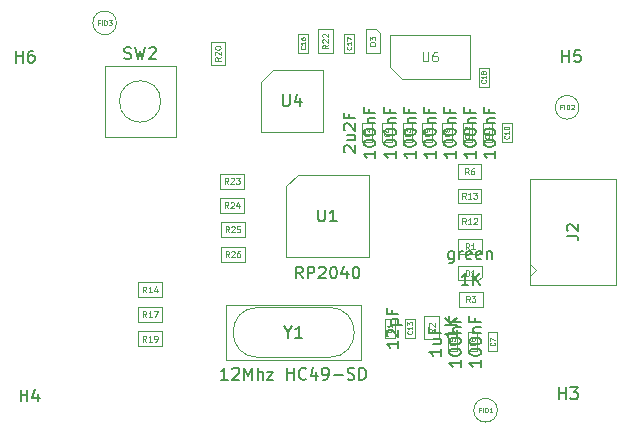
<source format=gbr>
%TF.GenerationSoftware,KiCad,Pcbnew,8.0.2*%
%TF.CreationDate,2025-07-19T08:03:10+07:00*%
%TF.ProjectId,PicoLink,5069636f-4c69-46e6-9b2e-6b696361645f,rev?*%
%TF.SameCoordinates,Original*%
%TF.FileFunction,AssemblyDrawing,Top*%
%FSLAX46Y46*%
G04 Gerber Fmt 4.6, Leading zero omitted, Abs format (unit mm)*
G04 Created by KiCad (PCBNEW 8.0.2) date 2025-07-19 08:03:10*
%MOMM*%
%LPD*%
G01*
G04 APERTURE LIST*
%ADD10C,0.150000*%
%ADD11C,0.080000*%
%ADD12C,0.060000*%
%ADD13C,0.120000*%
%ADD14C,0.100000*%
G04 APERTURE END LIST*
D10*
X147278571Y-106504819D02*
X146707143Y-106504819D01*
X146992857Y-106504819D02*
X146992857Y-105504819D01*
X146992857Y-105504819D02*
X146897619Y-105647676D01*
X146897619Y-105647676D02*
X146802381Y-105742914D01*
X146802381Y-105742914D02*
X146707143Y-105790533D01*
X147659524Y-105600057D02*
X147707143Y-105552438D01*
X147707143Y-105552438D02*
X147802381Y-105504819D01*
X147802381Y-105504819D02*
X148040476Y-105504819D01*
X148040476Y-105504819D02*
X148135714Y-105552438D01*
X148135714Y-105552438D02*
X148183333Y-105600057D01*
X148183333Y-105600057D02*
X148230952Y-105695295D01*
X148230952Y-105695295D02*
X148230952Y-105790533D01*
X148230952Y-105790533D02*
X148183333Y-105933390D01*
X148183333Y-105933390D02*
X147611905Y-106504819D01*
X147611905Y-106504819D02*
X148230952Y-106504819D01*
X148659524Y-106504819D02*
X148659524Y-105504819D01*
X148659524Y-105504819D02*
X148992857Y-106219104D01*
X148992857Y-106219104D02*
X149326190Y-105504819D01*
X149326190Y-105504819D02*
X149326190Y-106504819D01*
X149802381Y-106504819D02*
X149802381Y-105504819D01*
X150230952Y-106504819D02*
X150230952Y-105981009D01*
X150230952Y-105981009D02*
X150183333Y-105885771D01*
X150183333Y-105885771D02*
X150088095Y-105838152D01*
X150088095Y-105838152D02*
X149945238Y-105838152D01*
X149945238Y-105838152D02*
X149850000Y-105885771D01*
X149850000Y-105885771D02*
X149802381Y-105933390D01*
X150611905Y-105838152D02*
X151135714Y-105838152D01*
X151135714Y-105838152D02*
X150611905Y-106504819D01*
X150611905Y-106504819D02*
X151135714Y-106504819D01*
X152278572Y-106504819D02*
X152278572Y-105504819D01*
X152278572Y-105981009D02*
X152850000Y-105981009D01*
X152850000Y-106504819D02*
X152850000Y-105504819D01*
X153897619Y-106409580D02*
X153850000Y-106457200D01*
X153850000Y-106457200D02*
X153707143Y-106504819D01*
X153707143Y-106504819D02*
X153611905Y-106504819D01*
X153611905Y-106504819D02*
X153469048Y-106457200D01*
X153469048Y-106457200D02*
X153373810Y-106361961D01*
X153373810Y-106361961D02*
X153326191Y-106266723D01*
X153326191Y-106266723D02*
X153278572Y-106076247D01*
X153278572Y-106076247D02*
X153278572Y-105933390D01*
X153278572Y-105933390D02*
X153326191Y-105742914D01*
X153326191Y-105742914D02*
X153373810Y-105647676D01*
X153373810Y-105647676D02*
X153469048Y-105552438D01*
X153469048Y-105552438D02*
X153611905Y-105504819D01*
X153611905Y-105504819D02*
X153707143Y-105504819D01*
X153707143Y-105504819D02*
X153850000Y-105552438D01*
X153850000Y-105552438D02*
X153897619Y-105600057D01*
X154754762Y-105838152D02*
X154754762Y-106504819D01*
X154516667Y-105457200D02*
X154278572Y-106171485D01*
X154278572Y-106171485D02*
X154897619Y-106171485D01*
X155326191Y-106504819D02*
X155516667Y-106504819D01*
X155516667Y-106504819D02*
X155611905Y-106457200D01*
X155611905Y-106457200D02*
X155659524Y-106409580D01*
X155659524Y-106409580D02*
X155754762Y-106266723D01*
X155754762Y-106266723D02*
X155802381Y-106076247D01*
X155802381Y-106076247D02*
X155802381Y-105695295D01*
X155802381Y-105695295D02*
X155754762Y-105600057D01*
X155754762Y-105600057D02*
X155707143Y-105552438D01*
X155707143Y-105552438D02*
X155611905Y-105504819D01*
X155611905Y-105504819D02*
X155421429Y-105504819D01*
X155421429Y-105504819D02*
X155326191Y-105552438D01*
X155326191Y-105552438D02*
X155278572Y-105600057D01*
X155278572Y-105600057D02*
X155230953Y-105695295D01*
X155230953Y-105695295D02*
X155230953Y-105933390D01*
X155230953Y-105933390D02*
X155278572Y-106028628D01*
X155278572Y-106028628D02*
X155326191Y-106076247D01*
X155326191Y-106076247D02*
X155421429Y-106123866D01*
X155421429Y-106123866D02*
X155611905Y-106123866D01*
X155611905Y-106123866D02*
X155707143Y-106076247D01*
X155707143Y-106076247D02*
X155754762Y-106028628D01*
X155754762Y-106028628D02*
X155802381Y-105933390D01*
X156230953Y-106123866D02*
X156992858Y-106123866D01*
X157421429Y-106457200D02*
X157564286Y-106504819D01*
X157564286Y-106504819D02*
X157802381Y-106504819D01*
X157802381Y-106504819D02*
X157897619Y-106457200D01*
X157897619Y-106457200D02*
X157945238Y-106409580D01*
X157945238Y-106409580D02*
X157992857Y-106314342D01*
X157992857Y-106314342D02*
X157992857Y-106219104D01*
X157992857Y-106219104D02*
X157945238Y-106123866D01*
X157945238Y-106123866D02*
X157897619Y-106076247D01*
X157897619Y-106076247D02*
X157802381Y-106028628D01*
X157802381Y-106028628D02*
X157611905Y-105981009D01*
X157611905Y-105981009D02*
X157516667Y-105933390D01*
X157516667Y-105933390D02*
X157469048Y-105885771D01*
X157469048Y-105885771D02*
X157421429Y-105790533D01*
X157421429Y-105790533D02*
X157421429Y-105695295D01*
X157421429Y-105695295D02*
X157469048Y-105600057D01*
X157469048Y-105600057D02*
X157516667Y-105552438D01*
X157516667Y-105552438D02*
X157611905Y-105504819D01*
X157611905Y-105504819D02*
X157850000Y-105504819D01*
X157850000Y-105504819D02*
X157992857Y-105552438D01*
X158421429Y-106504819D02*
X158421429Y-105504819D01*
X158421429Y-105504819D02*
X158659524Y-105504819D01*
X158659524Y-105504819D02*
X158802381Y-105552438D01*
X158802381Y-105552438D02*
X158897619Y-105647676D01*
X158897619Y-105647676D02*
X158945238Y-105742914D01*
X158945238Y-105742914D02*
X158992857Y-105933390D01*
X158992857Y-105933390D02*
X158992857Y-106076247D01*
X158992857Y-106076247D02*
X158945238Y-106266723D01*
X158945238Y-106266723D02*
X158897619Y-106361961D01*
X158897619Y-106361961D02*
X158802381Y-106457200D01*
X158802381Y-106457200D02*
X158659524Y-106504819D01*
X158659524Y-106504819D02*
X158421429Y-106504819D01*
X152373809Y-102478628D02*
X152373809Y-102954819D01*
X152040476Y-101954819D02*
X152373809Y-102478628D01*
X152373809Y-102478628D02*
X152707142Y-101954819D01*
X153564285Y-102954819D02*
X152992857Y-102954819D01*
X153278571Y-102954819D02*
X153278571Y-101954819D01*
X153278571Y-101954819D02*
X153183333Y-102097676D01*
X153183333Y-102097676D02*
X153088095Y-102192914D01*
X153088095Y-102192914D02*
X152992857Y-102240533D01*
X153604761Y-97934819D02*
X153271428Y-97458628D01*
X153033333Y-97934819D02*
X153033333Y-96934819D01*
X153033333Y-96934819D02*
X153414285Y-96934819D01*
X153414285Y-96934819D02*
X153509523Y-96982438D01*
X153509523Y-96982438D02*
X153557142Y-97030057D01*
X153557142Y-97030057D02*
X153604761Y-97125295D01*
X153604761Y-97125295D02*
X153604761Y-97268152D01*
X153604761Y-97268152D02*
X153557142Y-97363390D01*
X153557142Y-97363390D02*
X153509523Y-97411009D01*
X153509523Y-97411009D02*
X153414285Y-97458628D01*
X153414285Y-97458628D02*
X153033333Y-97458628D01*
X154033333Y-97934819D02*
X154033333Y-96934819D01*
X154033333Y-96934819D02*
X154414285Y-96934819D01*
X154414285Y-96934819D02*
X154509523Y-96982438D01*
X154509523Y-96982438D02*
X154557142Y-97030057D01*
X154557142Y-97030057D02*
X154604761Y-97125295D01*
X154604761Y-97125295D02*
X154604761Y-97268152D01*
X154604761Y-97268152D02*
X154557142Y-97363390D01*
X154557142Y-97363390D02*
X154509523Y-97411009D01*
X154509523Y-97411009D02*
X154414285Y-97458628D01*
X154414285Y-97458628D02*
X154033333Y-97458628D01*
X154985714Y-97030057D02*
X155033333Y-96982438D01*
X155033333Y-96982438D02*
X155128571Y-96934819D01*
X155128571Y-96934819D02*
X155366666Y-96934819D01*
X155366666Y-96934819D02*
X155461904Y-96982438D01*
X155461904Y-96982438D02*
X155509523Y-97030057D01*
X155509523Y-97030057D02*
X155557142Y-97125295D01*
X155557142Y-97125295D02*
X155557142Y-97220533D01*
X155557142Y-97220533D02*
X155509523Y-97363390D01*
X155509523Y-97363390D02*
X154938095Y-97934819D01*
X154938095Y-97934819D02*
X155557142Y-97934819D01*
X156176190Y-96934819D02*
X156271428Y-96934819D01*
X156271428Y-96934819D02*
X156366666Y-96982438D01*
X156366666Y-96982438D02*
X156414285Y-97030057D01*
X156414285Y-97030057D02*
X156461904Y-97125295D01*
X156461904Y-97125295D02*
X156509523Y-97315771D01*
X156509523Y-97315771D02*
X156509523Y-97553866D01*
X156509523Y-97553866D02*
X156461904Y-97744342D01*
X156461904Y-97744342D02*
X156414285Y-97839580D01*
X156414285Y-97839580D02*
X156366666Y-97887200D01*
X156366666Y-97887200D02*
X156271428Y-97934819D01*
X156271428Y-97934819D02*
X156176190Y-97934819D01*
X156176190Y-97934819D02*
X156080952Y-97887200D01*
X156080952Y-97887200D02*
X156033333Y-97839580D01*
X156033333Y-97839580D02*
X155985714Y-97744342D01*
X155985714Y-97744342D02*
X155938095Y-97553866D01*
X155938095Y-97553866D02*
X155938095Y-97315771D01*
X155938095Y-97315771D02*
X155985714Y-97125295D01*
X155985714Y-97125295D02*
X156033333Y-97030057D01*
X156033333Y-97030057D02*
X156080952Y-96982438D01*
X156080952Y-96982438D02*
X156176190Y-96934819D01*
X157366666Y-97268152D02*
X157366666Y-97934819D01*
X157128571Y-96887200D02*
X156890476Y-97601485D01*
X156890476Y-97601485D02*
X157509523Y-97601485D01*
X158080952Y-96934819D02*
X158176190Y-96934819D01*
X158176190Y-96934819D02*
X158271428Y-96982438D01*
X158271428Y-96982438D02*
X158319047Y-97030057D01*
X158319047Y-97030057D02*
X158366666Y-97125295D01*
X158366666Y-97125295D02*
X158414285Y-97315771D01*
X158414285Y-97315771D02*
X158414285Y-97553866D01*
X158414285Y-97553866D02*
X158366666Y-97744342D01*
X158366666Y-97744342D02*
X158319047Y-97839580D01*
X158319047Y-97839580D02*
X158271428Y-97887200D01*
X158271428Y-97887200D02*
X158176190Y-97934819D01*
X158176190Y-97934819D02*
X158080952Y-97934819D01*
X158080952Y-97934819D02*
X157985714Y-97887200D01*
X157985714Y-97887200D02*
X157938095Y-97839580D01*
X157938095Y-97839580D02*
X157890476Y-97744342D01*
X157890476Y-97744342D02*
X157842857Y-97553866D01*
X157842857Y-97553866D02*
X157842857Y-97315771D01*
X157842857Y-97315771D02*
X157890476Y-97125295D01*
X157890476Y-97125295D02*
X157938095Y-97030057D01*
X157938095Y-97030057D02*
X157985714Y-96982438D01*
X157985714Y-96982438D02*
X158080952Y-96934819D01*
X154938095Y-92104819D02*
X154938095Y-92914342D01*
X154938095Y-92914342D02*
X154985714Y-93009580D01*
X154985714Y-93009580D02*
X155033333Y-93057200D01*
X155033333Y-93057200D02*
X155128571Y-93104819D01*
X155128571Y-93104819D02*
X155319047Y-93104819D01*
X155319047Y-93104819D02*
X155414285Y-93057200D01*
X155414285Y-93057200D02*
X155461904Y-93009580D01*
X155461904Y-93009580D02*
X155509523Y-92914342D01*
X155509523Y-92914342D02*
X155509523Y-92104819D01*
X156509523Y-93104819D02*
X155938095Y-93104819D01*
X156223809Y-93104819D02*
X156223809Y-92104819D01*
X156223809Y-92104819D02*
X156128571Y-92247676D01*
X156128571Y-92247676D02*
X156033333Y-92342914D01*
X156033333Y-92342914D02*
X155938095Y-92390533D01*
X167635714Y-98504821D02*
X167064286Y-98504821D01*
X167350000Y-98504821D02*
X167350000Y-97504821D01*
X167350000Y-97504821D02*
X167254762Y-97647678D01*
X167254762Y-97647678D02*
X167159524Y-97742916D01*
X167159524Y-97742916D02*
X167064286Y-97790535D01*
X168064286Y-98504821D02*
X168064286Y-97504821D01*
X168635714Y-98504821D02*
X168207143Y-97933392D01*
X168635714Y-97504821D02*
X168064286Y-98076249D01*
D11*
X167766666Y-99927149D02*
X167600000Y-99689054D01*
X167480952Y-99927149D02*
X167480952Y-99427149D01*
X167480952Y-99427149D02*
X167671428Y-99427149D01*
X167671428Y-99427149D02*
X167719047Y-99450959D01*
X167719047Y-99450959D02*
X167742857Y-99474768D01*
X167742857Y-99474768D02*
X167766666Y-99522387D01*
X167766666Y-99522387D02*
X167766666Y-99593816D01*
X167766666Y-99593816D02*
X167742857Y-99641435D01*
X167742857Y-99641435D02*
X167719047Y-99665244D01*
X167719047Y-99665244D02*
X167671428Y-99689054D01*
X167671428Y-99689054D02*
X167480952Y-99689054D01*
X167933333Y-99427149D02*
X168242857Y-99427149D01*
X168242857Y-99427149D02*
X168076190Y-99617625D01*
X168076190Y-99617625D02*
X168147619Y-99617625D01*
X168147619Y-99617625D02*
X168195238Y-99641435D01*
X168195238Y-99641435D02*
X168219047Y-99665244D01*
X168219047Y-99665244D02*
X168242857Y-99712863D01*
X168242857Y-99712863D02*
X168242857Y-99831911D01*
X168242857Y-99831911D02*
X168219047Y-99879530D01*
X168219047Y-99879530D02*
X168195238Y-99903340D01*
X168195238Y-99903340D02*
X168147619Y-99927149D01*
X168147619Y-99927149D02*
X168004762Y-99927149D01*
X168004762Y-99927149D02*
X167957143Y-99903340D01*
X167957143Y-99903340D02*
X167933333Y-99879530D01*
D10*
X166395237Y-95638154D02*
X166395237Y-96447678D01*
X166395237Y-96447678D02*
X166347618Y-96542916D01*
X166347618Y-96542916D02*
X166299999Y-96590535D01*
X166299999Y-96590535D02*
X166204761Y-96638154D01*
X166204761Y-96638154D02*
X166061904Y-96638154D01*
X166061904Y-96638154D02*
X165966666Y-96590535D01*
X166395237Y-96257202D02*
X166299999Y-96304821D01*
X166299999Y-96304821D02*
X166109523Y-96304821D01*
X166109523Y-96304821D02*
X166014285Y-96257202D01*
X166014285Y-96257202D02*
X165966666Y-96209582D01*
X165966666Y-96209582D02*
X165919047Y-96114344D01*
X165919047Y-96114344D02*
X165919047Y-95828630D01*
X165919047Y-95828630D02*
X165966666Y-95733392D01*
X165966666Y-95733392D02*
X166014285Y-95685773D01*
X166014285Y-95685773D02*
X166109523Y-95638154D01*
X166109523Y-95638154D02*
X166299999Y-95638154D01*
X166299999Y-95638154D02*
X166395237Y-95685773D01*
X166871428Y-96304821D02*
X166871428Y-95638154D01*
X166871428Y-95828630D02*
X166919047Y-95733392D01*
X166919047Y-95733392D02*
X166966666Y-95685773D01*
X166966666Y-95685773D02*
X167061904Y-95638154D01*
X167061904Y-95638154D02*
X167157142Y-95638154D01*
X167871428Y-96257202D02*
X167776190Y-96304821D01*
X167776190Y-96304821D02*
X167585714Y-96304821D01*
X167585714Y-96304821D02*
X167490476Y-96257202D01*
X167490476Y-96257202D02*
X167442857Y-96161963D01*
X167442857Y-96161963D02*
X167442857Y-95781011D01*
X167442857Y-95781011D02*
X167490476Y-95685773D01*
X167490476Y-95685773D02*
X167585714Y-95638154D01*
X167585714Y-95638154D02*
X167776190Y-95638154D01*
X167776190Y-95638154D02*
X167871428Y-95685773D01*
X167871428Y-95685773D02*
X167919047Y-95781011D01*
X167919047Y-95781011D02*
X167919047Y-95876249D01*
X167919047Y-95876249D02*
X167442857Y-95971487D01*
X168728571Y-96257202D02*
X168633333Y-96304821D01*
X168633333Y-96304821D02*
X168442857Y-96304821D01*
X168442857Y-96304821D02*
X168347619Y-96257202D01*
X168347619Y-96257202D02*
X168300000Y-96161963D01*
X168300000Y-96161963D02*
X168300000Y-95781011D01*
X168300000Y-95781011D02*
X168347619Y-95685773D01*
X168347619Y-95685773D02*
X168442857Y-95638154D01*
X168442857Y-95638154D02*
X168633333Y-95638154D01*
X168633333Y-95638154D02*
X168728571Y-95685773D01*
X168728571Y-95685773D02*
X168776190Y-95781011D01*
X168776190Y-95781011D02*
X168776190Y-95876249D01*
X168776190Y-95876249D02*
X168300000Y-95971487D01*
X169204762Y-95638154D02*
X169204762Y-96304821D01*
X169204762Y-95733392D02*
X169252381Y-95685773D01*
X169252381Y-95685773D02*
X169347619Y-95638154D01*
X169347619Y-95638154D02*
X169490476Y-95638154D01*
X169490476Y-95638154D02*
X169585714Y-95685773D01*
X169585714Y-95685773D02*
X169633333Y-95781011D01*
X169633333Y-95781011D02*
X169633333Y-96304821D01*
D11*
X167430952Y-97727149D02*
X167430952Y-97227149D01*
X167430952Y-97227149D02*
X167550000Y-97227149D01*
X167550000Y-97227149D02*
X167621428Y-97250959D01*
X167621428Y-97250959D02*
X167669047Y-97298578D01*
X167669047Y-97298578D02*
X167692857Y-97346197D01*
X167692857Y-97346197D02*
X167716666Y-97441435D01*
X167716666Y-97441435D02*
X167716666Y-97512863D01*
X167716666Y-97512863D02*
X167692857Y-97608101D01*
X167692857Y-97608101D02*
X167669047Y-97655720D01*
X167669047Y-97655720D02*
X167621428Y-97703340D01*
X167621428Y-97703340D02*
X167550000Y-97727149D01*
X167550000Y-97727149D02*
X167430952Y-97727149D01*
X168192857Y-97727149D02*
X167907143Y-97727149D01*
X168050000Y-97727149D02*
X168050000Y-97227149D01*
X168050000Y-97227149D02*
X168002381Y-97298578D01*
X168002381Y-97298578D02*
X167954762Y-97346197D01*
X167954762Y-97346197D02*
X167907143Y-97370006D01*
D10*
X161724820Y-103221427D02*
X161724820Y-103792855D01*
X161724820Y-103507141D02*
X160724820Y-103507141D01*
X160724820Y-103507141D02*
X160867677Y-103602379D01*
X160867677Y-103602379D02*
X160962915Y-103697617D01*
X160962915Y-103697617D02*
X161010534Y-103792855D01*
X160820058Y-102840474D02*
X160772439Y-102792855D01*
X160772439Y-102792855D02*
X160724820Y-102697617D01*
X160724820Y-102697617D02*
X160724820Y-102459522D01*
X160724820Y-102459522D02*
X160772439Y-102364284D01*
X160772439Y-102364284D02*
X160820058Y-102316665D01*
X160820058Y-102316665D02*
X160915296Y-102269046D01*
X160915296Y-102269046D02*
X161010534Y-102269046D01*
X161010534Y-102269046D02*
X161153391Y-102316665D01*
X161153391Y-102316665D02*
X161724820Y-102888093D01*
X161724820Y-102888093D02*
X161724820Y-102269046D01*
X161058153Y-101840474D02*
X162058153Y-101840474D01*
X161105772Y-101840474D02*
X161058153Y-101745236D01*
X161058153Y-101745236D02*
X161058153Y-101554760D01*
X161058153Y-101554760D02*
X161105772Y-101459522D01*
X161105772Y-101459522D02*
X161153391Y-101411903D01*
X161153391Y-101411903D02*
X161248629Y-101364284D01*
X161248629Y-101364284D02*
X161534343Y-101364284D01*
X161534343Y-101364284D02*
X161629581Y-101411903D01*
X161629581Y-101411903D02*
X161677201Y-101459522D01*
X161677201Y-101459522D02*
X161724820Y-101554760D01*
X161724820Y-101554760D02*
X161724820Y-101745236D01*
X161724820Y-101745236D02*
X161677201Y-101840474D01*
X161201010Y-100602379D02*
X161201010Y-100935712D01*
X161724820Y-100935712D02*
X160724820Y-100935712D01*
X160724820Y-100935712D02*
X160724820Y-100459522D01*
D12*
X162843832Y-102407142D02*
X162862880Y-102426190D01*
X162862880Y-102426190D02*
X162881927Y-102483332D01*
X162881927Y-102483332D02*
X162881927Y-102521428D01*
X162881927Y-102521428D02*
X162862880Y-102578571D01*
X162862880Y-102578571D02*
X162824784Y-102616666D01*
X162824784Y-102616666D02*
X162786689Y-102635713D01*
X162786689Y-102635713D02*
X162710499Y-102654761D01*
X162710499Y-102654761D02*
X162653356Y-102654761D01*
X162653356Y-102654761D02*
X162577165Y-102635713D01*
X162577165Y-102635713D02*
X162539070Y-102616666D01*
X162539070Y-102616666D02*
X162500975Y-102578571D01*
X162500975Y-102578571D02*
X162481927Y-102521428D01*
X162481927Y-102521428D02*
X162481927Y-102483332D01*
X162481927Y-102483332D02*
X162500975Y-102426190D01*
X162500975Y-102426190D02*
X162520022Y-102407142D01*
X162881927Y-102026190D02*
X162881927Y-102254761D01*
X162881927Y-102140475D02*
X162481927Y-102140475D01*
X162481927Y-102140475D02*
X162539070Y-102178571D01*
X162539070Y-102178571D02*
X162577165Y-102216666D01*
X162577165Y-102216666D02*
X162596213Y-102254761D01*
X162481927Y-101892857D02*
X162481927Y-101645238D01*
X162481927Y-101645238D02*
X162634308Y-101778571D01*
X162634308Y-101778571D02*
X162634308Y-101721428D01*
X162634308Y-101721428D02*
X162653356Y-101683333D01*
X162653356Y-101683333D02*
X162672403Y-101664285D01*
X162672403Y-101664285D02*
X162710499Y-101645238D01*
X162710499Y-101645238D02*
X162805737Y-101645238D01*
X162805737Y-101645238D02*
X162843832Y-101664285D01*
X162843832Y-101664285D02*
X162862880Y-101683333D01*
X162862880Y-101683333D02*
X162881927Y-101721428D01*
X162881927Y-101721428D02*
X162881927Y-101835714D01*
X162881927Y-101835714D02*
X162862880Y-101873809D01*
X162862880Y-101873809D02*
X162843832Y-101892857D01*
D10*
X166574820Y-87147618D02*
X166574820Y-87719046D01*
X166574820Y-87433332D02*
X165574820Y-87433332D01*
X165574820Y-87433332D02*
X165717677Y-87528570D01*
X165717677Y-87528570D02*
X165812915Y-87623808D01*
X165812915Y-87623808D02*
X165860534Y-87719046D01*
X165574820Y-86528570D02*
X165574820Y-86433332D01*
X165574820Y-86433332D02*
X165622439Y-86338094D01*
X165622439Y-86338094D02*
X165670058Y-86290475D01*
X165670058Y-86290475D02*
X165765296Y-86242856D01*
X165765296Y-86242856D02*
X165955772Y-86195237D01*
X165955772Y-86195237D02*
X166193867Y-86195237D01*
X166193867Y-86195237D02*
X166384343Y-86242856D01*
X166384343Y-86242856D02*
X166479581Y-86290475D01*
X166479581Y-86290475D02*
X166527201Y-86338094D01*
X166527201Y-86338094D02*
X166574820Y-86433332D01*
X166574820Y-86433332D02*
X166574820Y-86528570D01*
X166574820Y-86528570D02*
X166527201Y-86623808D01*
X166527201Y-86623808D02*
X166479581Y-86671427D01*
X166479581Y-86671427D02*
X166384343Y-86719046D01*
X166384343Y-86719046D02*
X166193867Y-86766665D01*
X166193867Y-86766665D02*
X165955772Y-86766665D01*
X165955772Y-86766665D02*
X165765296Y-86719046D01*
X165765296Y-86719046D02*
X165670058Y-86671427D01*
X165670058Y-86671427D02*
X165622439Y-86623808D01*
X165622439Y-86623808D02*
X165574820Y-86528570D01*
X165574820Y-85576189D02*
X165574820Y-85480951D01*
X165574820Y-85480951D02*
X165622439Y-85385713D01*
X165622439Y-85385713D02*
X165670058Y-85338094D01*
X165670058Y-85338094D02*
X165765296Y-85290475D01*
X165765296Y-85290475D02*
X165955772Y-85242856D01*
X165955772Y-85242856D02*
X166193867Y-85242856D01*
X166193867Y-85242856D02*
X166384343Y-85290475D01*
X166384343Y-85290475D02*
X166479581Y-85338094D01*
X166479581Y-85338094D02*
X166527201Y-85385713D01*
X166527201Y-85385713D02*
X166574820Y-85480951D01*
X166574820Y-85480951D02*
X166574820Y-85576189D01*
X166574820Y-85576189D02*
X166527201Y-85671427D01*
X166527201Y-85671427D02*
X166479581Y-85719046D01*
X166479581Y-85719046D02*
X166384343Y-85766665D01*
X166384343Y-85766665D02*
X166193867Y-85814284D01*
X166193867Y-85814284D02*
X165955772Y-85814284D01*
X165955772Y-85814284D02*
X165765296Y-85766665D01*
X165765296Y-85766665D02*
X165670058Y-85719046D01*
X165670058Y-85719046D02*
X165622439Y-85671427D01*
X165622439Y-85671427D02*
X165574820Y-85576189D01*
X165908153Y-84814284D02*
X166574820Y-84814284D01*
X166003391Y-84814284D02*
X165955772Y-84766665D01*
X165955772Y-84766665D02*
X165908153Y-84671427D01*
X165908153Y-84671427D02*
X165908153Y-84528570D01*
X165908153Y-84528570D02*
X165955772Y-84433332D01*
X165955772Y-84433332D02*
X166051010Y-84385713D01*
X166051010Y-84385713D02*
X166574820Y-84385713D01*
X166051010Y-83576189D02*
X166051010Y-83909522D01*
X166574820Y-83909522D02*
X165574820Y-83909522D01*
X165574820Y-83909522D02*
X165574820Y-83433332D01*
D12*
X167693832Y-85857142D02*
X167712880Y-85876190D01*
X167712880Y-85876190D02*
X167731927Y-85933332D01*
X167731927Y-85933332D02*
X167731927Y-85971428D01*
X167731927Y-85971428D02*
X167712880Y-86028571D01*
X167712880Y-86028571D02*
X167674784Y-86066666D01*
X167674784Y-86066666D02*
X167636689Y-86085713D01*
X167636689Y-86085713D02*
X167560499Y-86104761D01*
X167560499Y-86104761D02*
X167503356Y-86104761D01*
X167503356Y-86104761D02*
X167427165Y-86085713D01*
X167427165Y-86085713D02*
X167389070Y-86066666D01*
X167389070Y-86066666D02*
X167350975Y-86028571D01*
X167350975Y-86028571D02*
X167331927Y-85971428D01*
X167331927Y-85971428D02*
X167331927Y-85933332D01*
X167331927Y-85933332D02*
X167350975Y-85876190D01*
X167350975Y-85876190D02*
X167370022Y-85857142D01*
X167731927Y-85476190D02*
X167731927Y-85704761D01*
X167731927Y-85590475D02*
X167331927Y-85590475D01*
X167331927Y-85590475D02*
X167389070Y-85628571D01*
X167389070Y-85628571D02*
X167427165Y-85666666D01*
X167427165Y-85666666D02*
X167446213Y-85704761D01*
X167370022Y-85323809D02*
X167350975Y-85304761D01*
X167350975Y-85304761D02*
X167331927Y-85266666D01*
X167331927Y-85266666D02*
X167331927Y-85171428D01*
X167331927Y-85171428D02*
X167350975Y-85133333D01*
X167350975Y-85133333D02*
X167370022Y-85114285D01*
X167370022Y-85114285D02*
X167408118Y-85095238D01*
X167408118Y-85095238D02*
X167446213Y-85095238D01*
X167446213Y-85095238D02*
X167503356Y-85114285D01*
X167503356Y-85114285D02*
X167731927Y-85342857D01*
X167731927Y-85342857D02*
X167731927Y-85095238D01*
D10*
X168274820Y-87147618D02*
X168274820Y-87719046D01*
X168274820Y-87433332D02*
X167274820Y-87433332D01*
X167274820Y-87433332D02*
X167417677Y-87528570D01*
X167417677Y-87528570D02*
X167512915Y-87623808D01*
X167512915Y-87623808D02*
X167560534Y-87719046D01*
X167274820Y-86528570D02*
X167274820Y-86433332D01*
X167274820Y-86433332D02*
X167322439Y-86338094D01*
X167322439Y-86338094D02*
X167370058Y-86290475D01*
X167370058Y-86290475D02*
X167465296Y-86242856D01*
X167465296Y-86242856D02*
X167655772Y-86195237D01*
X167655772Y-86195237D02*
X167893867Y-86195237D01*
X167893867Y-86195237D02*
X168084343Y-86242856D01*
X168084343Y-86242856D02*
X168179581Y-86290475D01*
X168179581Y-86290475D02*
X168227201Y-86338094D01*
X168227201Y-86338094D02*
X168274820Y-86433332D01*
X168274820Y-86433332D02*
X168274820Y-86528570D01*
X168274820Y-86528570D02*
X168227201Y-86623808D01*
X168227201Y-86623808D02*
X168179581Y-86671427D01*
X168179581Y-86671427D02*
X168084343Y-86719046D01*
X168084343Y-86719046D02*
X167893867Y-86766665D01*
X167893867Y-86766665D02*
X167655772Y-86766665D01*
X167655772Y-86766665D02*
X167465296Y-86719046D01*
X167465296Y-86719046D02*
X167370058Y-86671427D01*
X167370058Y-86671427D02*
X167322439Y-86623808D01*
X167322439Y-86623808D02*
X167274820Y-86528570D01*
X167274820Y-85576189D02*
X167274820Y-85480951D01*
X167274820Y-85480951D02*
X167322439Y-85385713D01*
X167322439Y-85385713D02*
X167370058Y-85338094D01*
X167370058Y-85338094D02*
X167465296Y-85290475D01*
X167465296Y-85290475D02*
X167655772Y-85242856D01*
X167655772Y-85242856D02*
X167893867Y-85242856D01*
X167893867Y-85242856D02*
X168084343Y-85290475D01*
X168084343Y-85290475D02*
X168179581Y-85338094D01*
X168179581Y-85338094D02*
X168227201Y-85385713D01*
X168227201Y-85385713D02*
X168274820Y-85480951D01*
X168274820Y-85480951D02*
X168274820Y-85576189D01*
X168274820Y-85576189D02*
X168227201Y-85671427D01*
X168227201Y-85671427D02*
X168179581Y-85719046D01*
X168179581Y-85719046D02*
X168084343Y-85766665D01*
X168084343Y-85766665D02*
X167893867Y-85814284D01*
X167893867Y-85814284D02*
X167655772Y-85814284D01*
X167655772Y-85814284D02*
X167465296Y-85766665D01*
X167465296Y-85766665D02*
X167370058Y-85719046D01*
X167370058Y-85719046D02*
X167322439Y-85671427D01*
X167322439Y-85671427D02*
X167274820Y-85576189D01*
X167608153Y-84814284D02*
X168274820Y-84814284D01*
X167703391Y-84814284D02*
X167655772Y-84766665D01*
X167655772Y-84766665D02*
X167608153Y-84671427D01*
X167608153Y-84671427D02*
X167608153Y-84528570D01*
X167608153Y-84528570D02*
X167655772Y-84433332D01*
X167655772Y-84433332D02*
X167751010Y-84385713D01*
X167751010Y-84385713D02*
X168274820Y-84385713D01*
X167751010Y-83576189D02*
X167751010Y-83909522D01*
X168274820Y-83909522D02*
X167274820Y-83909522D01*
X167274820Y-83909522D02*
X167274820Y-83433332D01*
D12*
X169393832Y-85857142D02*
X169412880Y-85876190D01*
X169412880Y-85876190D02*
X169431927Y-85933332D01*
X169431927Y-85933332D02*
X169431927Y-85971428D01*
X169431927Y-85971428D02*
X169412880Y-86028571D01*
X169412880Y-86028571D02*
X169374784Y-86066666D01*
X169374784Y-86066666D02*
X169336689Y-86085713D01*
X169336689Y-86085713D02*
X169260499Y-86104761D01*
X169260499Y-86104761D02*
X169203356Y-86104761D01*
X169203356Y-86104761D02*
X169127165Y-86085713D01*
X169127165Y-86085713D02*
X169089070Y-86066666D01*
X169089070Y-86066666D02*
X169050975Y-86028571D01*
X169050975Y-86028571D02*
X169031927Y-85971428D01*
X169031927Y-85971428D02*
X169031927Y-85933332D01*
X169031927Y-85933332D02*
X169050975Y-85876190D01*
X169050975Y-85876190D02*
X169070022Y-85857142D01*
X169431927Y-85476190D02*
X169431927Y-85704761D01*
X169431927Y-85590475D02*
X169031927Y-85590475D01*
X169031927Y-85590475D02*
X169089070Y-85628571D01*
X169089070Y-85628571D02*
X169127165Y-85666666D01*
X169127165Y-85666666D02*
X169146213Y-85704761D01*
X169431927Y-85095238D02*
X169431927Y-85323809D01*
X169431927Y-85209523D02*
X169031927Y-85209523D01*
X169031927Y-85209523D02*
X169089070Y-85247619D01*
X169089070Y-85247619D02*
X169127165Y-85285714D01*
X169127165Y-85285714D02*
X169146213Y-85323809D01*
D10*
X169924820Y-87147618D02*
X169924820Y-87719046D01*
X169924820Y-87433332D02*
X168924820Y-87433332D01*
X168924820Y-87433332D02*
X169067677Y-87528570D01*
X169067677Y-87528570D02*
X169162915Y-87623808D01*
X169162915Y-87623808D02*
X169210534Y-87719046D01*
X168924820Y-86528570D02*
X168924820Y-86433332D01*
X168924820Y-86433332D02*
X168972439Y-86338094D01*
X168972439Y-86338094D02*
X169020058Y-86290475D01*
X169020058Y-86290475D02*
X169115296Y-86242856D01*
X169115296Y-86242856D02*
X169305772Y-86195237D01*
X169305772Y-86195237D02*
X169543867Y-86195237D01*
X169543867Y-86195237D02*
X169734343Y-86242856D01*
X169734343Y-86242856D02*
X169829581Y-86290475D01*
X169829581Y-86290475D02*
X169877201Y-86338094D01*
X169877201Y-86338094D02*
X169924820Y-86433332D01*
X169924820Y-86433332D02*
X169924820Y-86528570D01*
X169924820Y-86528570D02*
X169877201Y-86623808D01*
X169877201Y-86623808D02*
X169829581Y-86671427D01*
X169829581Y-86671427D02*
X169734343Y-86719046D01*
X169734343Y-86719046D02*
X169543867Y-86766665D01*
X169543867Y-86766665D02*
X169305772Y-86766665D01*
X169305772Y-86766665D02*
X169115296Y-86719046D01*
X169115296Y-86719046D02*
X169020058Y-86671427D01*
X169020058Y-86671427D02*
X168972439Y-86623808D01*
X168972439Y-86623808D02*
X168924820Y-86528570D01*
X168924820Y-85576189D02*
X168924820Y-85480951D01*
X168924820Y-85480951D02*
X168972439Y-85385713D01*
X168972439Y-85385713D02*
X169020058Y-85338094D01*
X169020058Y-85338094D02*
X169115296Y-85290475D01*
X169115296Y-85290475D02*
X169305772Y-85242856D01*
X169305772Y-85242856D02*
X169543867Y-85242856D01*
X169543867Y-85242856D02*
X169734343Y-85290475D01*
X169734343Y-85290475D02*
X169829581Y-85338094D01*
X169829581Y-85338094D02*
X169877201Y-85385713D01*
X169877201Y-85385713D02*
X169924820Y-85480951D01*
X169924820Y-85480951D02*
X169924820Y-85576189D01*
X169924820Y-85576189D02*
X169877201Y-85671427D01*
X169877201Y-85671427D02*
X169829581Y-85719046D01*
X169829581Y-85719046D02*
X169734343Y-85766665D01*
X169734343Y-85766665D02*
X169543867Y-85814284D01*
X169543867Y-85814284D02*
X169305772Y-85814284D01*
X169305772Y-85814284D02*
X169115296Y-85766665D01*
X169115296Y-85766665D02*
X169020058Y-85719046D01*
X169020058Y-85719046D02*
X168972439Y-85671427D01*
X168972439Y-85671427D02*
X168924820Y-85576189D01*
X169258153Y-84814284D02*
X169924820Y-84814284D01*
X169353391Y-84814284D02*
X169305772Y-84766665D01*
X169305772Y-84766665D02*
X169258153Y-84671427D01*
X169258153Y-84671427D02*
X169258153Y-84528570D01*
X169258153Y-84528570D02*
X169305772Y-84433332D01*
X169305772Y-84433332D02*
X169401010Y-84385713D01*
X169401010Y-84385713D02*
X169924820Y-84385713D01*
X169401010Y-83576189D02*
X169401010Y-83909522D01*
X169924820Y-83909522D02*
X168924820Y-83909522D01*
X168924820Y-83909522D02*
X168924820Y-83433332D01*
D12*
X171043832Y-85857142D02*
X171062880Y-85876190D01*
X171062880Y-85876190D02*
X171081927Y-85933332D01*
X171081927Y-85933332D02*
X171081927Y-85971428D01*
X171081927Y-85971428D02*
X171062880Y-86028571D01*
X171062880Y-86028571D02*
X171024784Y-86066666D01*
X171024784Y-86066666D02*
X170986689Y-86085713D01*
X170986689Y-86085713D02*
X170910499Y-86104761D01*
X170910499Y-86104761D02*
X170853356Y-86104761D01*
X170853356Y-86104761D02*
X170777165Y-86085713D01*
X170777165Y-86085713D02*
X170739070Y-86066666D01*
X170739070Y-86066666D02*
X170700975Y-86028571D01*
X170700975Y-86028571D02*
X170681927Y-85971428D01*
X170681927Y-85971428D02*
X170681927Y-85933332D01*
X170681927Y-85933332D02*
X170700975Y-85876190D01*
X170700975Y-85876190D02*
X170720022Y-85857142D01*
X171081927Y-85476190D02*
X171081927Y-85704761D01*
X171081927Y-85590475D02*
X170681927Y-85590475D01*
X170681927Y-85590475D02*
X170739070Y-85628571D01*
X170739070Y-85628571D02*
X170777165Y-85666666D01*
X170777165Y-85666666D02*
X170796213Y-85704761D01*
X170681927Y-85228571D02*
X170681927Y-85190476D01*
X170681927Y-85190476D02*
X170700975Y-85152380D01*
X170700975Y-85152380D02*
X170720022Y-85133333D01*
X170720022Y-85133333D02*
X170758118Y-85114285D01*
X170758118Y-85114285D02*
X170834308Y-85095238D01*
X170834308Y-85095238D02*
X170929546Y-85095238D01*
X170929546Y-85095238D02*
X171005737Y-85114285D01*
X171005737Y-85114285D02*
X171043832Y-85133333D01*
X171043832Y-85133333D02*
X171062880Y-85152380D01*
X171062880Y-85152380D02*
X171081927Y-85190476D01*
X171081927Y-85190476D02*
X171081927Y-85228571D01*
X171081927Y-85228571D02*
X171062880Y-85266666D01*
X171062880Y-85266666D02*
X171043832Y-85285714D01*
X171043832Y-85285714D02*
X171005737Y-85304761D01*
X171005737Y-85304761D02*
X170929546Y-85323809D01*
X170929546Y-85323809D02*
X170834308Y-85323809D01*
X170834308Y-85323809D02*
X170758118Y-85304761D01*
X170758118Y-85304761D02*
X170720022Y-85285714D01*
X170720022Y-85285714D02*
X170700975Y-85266666D01*
X170700975Y-85266666D02*
X170681927Y-85228571D01*
D10*
X163174820Y-87147618D02*
X163174820Y-87719046D01*
X163174820Y-87433332D02*
X162174820Y-87433332D01*
X162174820Y-87433332D02*
X162317677Y-87528570D01*
X162317677Y-87528570D02*
X162412915Y-87623808D01*
X162412915Y-87623808D02*
X162460534Y-87719046D01*
X162174820Y-86528570D02*
X162174820Y-86433332D01*
X162174820Y-86433332D02*
X162222439Y-86338094D01*
X162222439Y-86338094D02*
X162270058Y-86290475D01*
X162270058Y-86290475D02*
X162365296Y-86242856D01*
X162365296Y-86242856D02*
X162555772Y-86195237D01*
X162555772Y-86195237D02*
X162793867Y-86195237D01*
X162793867Y-86195237D02*
X162984343Y-86242856D01*
X162984343Y-86242856D02*
X163079581Y-86290475D01*
X163079581Y-86290475D02*
X163127201Y-86338094D01*
X163127201Y-86338094D02*
X163174820Y-86433332D01*
X163174820Y-86433332D02*
X163174820Y-86528570D01*
X163174820Y-86528570D02*
X163127201Y-86623808D01*
X163127201Y-86623808D02*
X163079581Y-86671427D01*
X163079581Y-86671427D02*
X162984343Y-86719046D01*
X162984343Y-86719046D02*
X162793867Y-86766665D01*
X162793867Y-86766665D02*
X162555772Y-86766665D01*
X162555772Y-86766665D02*
X162365296Y-86719046D01*
X162365296Y-86719046D02*
X162270058Y-86671427D01*
X162270058Y-86671427D02*
X162222439Y-86623808D01*
X162222439Y-86623808D02*
X162174820Y-86528570D01*
X162174820Y-85576189D02*
X162174820Y-85480951D01*
X162174820Y-85480951D02*
X162222439Y-85385713D01*
X162222439Y-85385713D02*
X162270058Y-85338094D01*
X162270058Y-85338094D02*
X162365296Y-85290475D01*
X162365296Y-85290475D02*
X162555772Y-85242856D01*
X162555772Y-85242856D02*
X162793867Y-85242856D01*
X162793867Y-85242856D02*
X162984343Y-85290475D01*
X162984343Y-85290475D02*
X163079581Y-85338094D01*
X163079581Y-85338094D02*
X163127201Y-85385713D01*
X163127201Y-85385713D02*
X163174820Y-85480951D01*
X163174820Y-85480951D02*
X163174820Y-85576189D01*
X163174820Y-85576189D02*
X163127201Y-85671427D01*
X163127201Y-85671427D02*
X163079581Y-85719046D01*
X163079581Y-85719046D02*
X162984343Y-85766665D01*
X162984343Y-85766665D02*
X162793867Y-85814284D01*
X162793867Y-85814284D02*
X162555772Y-85814284D01*
X162555772Y-85814284D02*
X162365296Y-85766665D01*
X162365296Y-85766665D02*
X162270058Y-85719046D01*
X162270058Y-85719046D02*
X162222439Y-85671427D01*
X162222439Y-85671427D02*
X162174820Y-85576189D01*
X162508153Y-84814284D02*
X163174820Y-84814284D01*
X162603391Y-84814284D02*
X162555772Y-84766665D01*
X162555772Y-84766665D02*
X162508153Y-84671427D01*
X162508153Y-84671427D02*
X162508153Y-84528570D01*
X162508153Y-84528570D02*
X162555772Y-84433332D01*
X162555772Y-84433332D02*
X162651010Y-84385713D01*
X162651010Y-84385713D02*
X163174820Y-84385713D01*
X162651010Y-83576189D02*
X162651010Y-83909522D01*
X163174820Y-83909522D02*
X162174820Y-83909522D01*
X162174820Y-83909522D02*
X162174820Y-83433332D01*
D12*
X164293832Y-85666666D02*
X164312880Y-85685714D01*
X164312880Y-85685714D02*
X164331927Y-85742856D01*
X164331927Y-85742856D02*
X164331927Y-85780952D01*
X164331927Y-85780952D02*
X164312880Y-85838095D01*
X164312880Y-85838095D02*
X164274784Y-85876190D01*
X164274784Y-85876190D02*
X164236689Y-85895237D01*
X164236689Y-85895237D02*
X164160499Y-85914285D01*
X164160499Y-85914285D02*
X164103356Y-85914285D01*
X164103356Y-85914285D02*
X164027165Y-85895237D01*
X164027165Y-85895237D02*
X163989070Y-85876190D01*
X163989070Y-85876190D02*
X163950975Y-85838095D01*
X163950975Y-85838095D02*
X163931927Y-85780952D01*
X163931927Y-85780952D02*
X163931927Y-85742856D01*
X163931927Y-85742856D02*
X163950975Y-85685714D01*
X163950975Y-85685714D02*
X163970022Y-85666666D01*
X164331927Y-85476190D02*
X164331927Y-85399999D01*
X164331927Y-85399999D02*
X164312880Y-85361904D01*
X164312880Y-85361904D02*
X164293832Y-85342856D01*
X164293832Y-85342856D02*
X164236689Y-85304761D01*
X164236689Y-85304761D02*
X164160499Y-85285714D01*
X164160499Y-85285714D02*
X164008118Y-85285714D01*
X164008118Y-85285714D02*
X163970022Y-85304761D01*
X163970022Y-85304761D02*
X163950975Y-85323809D01*
X163950975Y-85323809D02*
X163931927Y-85361904D01*
X163931927Y-85361904D02*
X163931927Y-85438095D01*
X163931927Y-85438095D02*
X163950975Y-85476190D01*
X163950975Y-85476190D02*
X163970022Y-85495237D01*
X163970022Y-85495237D02*
X164008118Y-85514285D01*
X164008118Y-85514285D02*
X164103356Y-85514285D01*
X164103356Y-85514285D02*
X164141451Y-85495237D01*
X164141451Y-85495237D02*
X164160499Y-85476190D01*
X164160499Y-85476190D02*
X164179546Y-85438095D01*
X164179546Y-85438095D02*
X164179546Y-85361904D01*
X164179546Y-85361904D02*
X164160499Y-85323809D01*
X164160499Y-85323809D02*
X164141451Y-85304761D01*
X164141451Y-85304761D02*
X164103356Y-85285714D01*
D10*
X164874820Y-87147618D02*
X164874820Y-87719046D01*
X164874820Y-87433332D02*
X163874820Y-87433332D01*
X163874820Y-87433332D02*
X164017677Y-87528570D01*
X164017677Y-87528570D02*
X164112915Y-87623808D01*
X164112915Y-87623808D02*
X164160534Y-87719046D01*
X163874820Y-86528570D02*
X163874820Y-86433332D01*
X163874820Y-86433332D02*
X163922439Y-86338094D01*
X163922439Y-86338094D02*
X163970058Y-86290475D01*
X163970058Y-86290475D02*
X164065296Y-86242856D01*
X164065296Y-86242856D02*
X164255772Y-86195237D01*
X164255772Y-86195237D02*
X164493867Y-86195237D01*
X164493867Y-86195237D02*
X164684343Y-86242856D01*
X164684343Y-86242856D02*
X164779581Y-86290475D01*
X164779581Y-86290475D02*
X164827201Y-86338094D01*
X164827201Y-86338094D02*
X164874820Y-86433332D01*
X164874820Y-86433332D02*
X164874820Y-86528570D01*
X164874820Y-86528570D02*
X164827201Y-86623808D01*
X164827201Y-86623808D02*
X164779581Y-86671427D01*
X164779581Y-86671427D02*
X164684343Y-86719046D01*
X164684343Y-86719046D02*
X164493867Y-86766665D01*
X164493867Y-86766665D02*
X164255772Y-86766665D01*
X164255772Y-86766665D02*
X164065296Y-86719046D01*
X164065296Y-86719046D02*
X163970058Y-86671427D01*
X163970058Y-86671427D02*
X163922439Y-86623808D01*
X163922439Y-86623808D02*
X163874820Y-86528570D01*
X163874820Y-85576189D02*
X163874820Y-85480951D01*
X163874820Y-85480951D02*
X163922439Y-85385713D01*
X163922439Y-85385713D02*
X163970058Y-85338094D01*
X163970058Y-85338094D02*
X164065296Y-85290475D01*
X164065296Y-85290475D02*
X164255772Y-85242856D01*
X164255772Y-85242856D02*
X164493867Y-85242856D01*
X164493867Y-85242856D02*
X164684343Y-85290475D01*
X164684343Y-85290475D02*
X164779581Y-85338094D01*
X164779581Y-85338094D02*
X164827201Y-85385713D01*
X164827201Y-85385713D02*
X164874820Y-85480951D01*
X164874820Y-85480951D02*
X164874820Y-85576189D01*
X164874820Y-85576189D02*
X164827201Y-85671427D01*
X164827201Y-85671427D02*
X164779581Y-85719046D01*
X164779581Y-85719046D02*
X164684343Y-85766665D01*
X164684343Y-85766665D02*
X164493867Y-85814284D01*
X164493867Y-85814284D02*
X164255772Y-85814284D01*
X164255772Y-85814284D02*
X164065296Y-85766665D01*
X164065296Y-85766665D02*
X163970058Y-85719046D01*
X163970058Y-85719046D02*
X163922439Y-85671427D01*
X163922439Y-85671427D02*
X163874820Y-85576189D01*
X164208153Y-84814284D02*
X164874820Y-84814284D01*
X164303391Y-84814284D02*
X164255772Y-84766665D01*
X164255772Y-84766665D02*
X164208153Y-84671427D01*
X164208153Y-84671427D02*
X164208153Y-84528570D01*
X164208153Y-84528570D02*
X164255772Y-84433332D01*
X164255772Y-84433332D02*
X164351010Y-84385713D01*
X164351010Y-84385713D02*
X164874820Y-84385713D01*
X164351010Y-83576189D02*
X164351010Y-83909522D01*
X164874820Y-83909522D02*
X163874820Y-83909522D01*
X163874820Y-83909522D02*
X163874820Y-83433332D01*
D12*
X165993832Y-85666666D02*
X166012880Y-85685714D01*
X166012880Y-85685714D02*
X166031927Y-85742856D01*
X166031927Y-85742856D02*
X166031927Y-85780952D01*
X166031927Y-85780952D02*
X166012880Y-85838095D01*
X166012880Y-85838095D02*
X165974784Y-85876190D01*
X165974784Y-85876190D02*
X165936689Y-85895237D01*
X165936689Y-85895237D02*
X165860499Y-85914285D01*
X165860499Y-85914285D02*
X165803356Y-85914285D01*
X165803356Y-85914285D02*
X165727165Y-85895237D01*
X165727165Y-85895237D02*
X165689070Y-85876190D01*
X165689070Y-85876190D02*
X165650975Y-85838095D01*
X165650975Y-85838095D02*
X165631927Y-85780952D01*
X165631927Y-85780952D02*
X165631927Y-85742856D01*
X165631927Y-85742856D02*
X165650975Y-85685714D01*
X165650975Y-85685714D02*
X165670022Y-85666666D01*
X165803356Y-85438095D02*
X165784308Y-85476190D01*
X165784308Y-85476190D02*
X165765260Y-85495237D01*
X165765260Y-85495237D02*
X165727165Y-85514285D01*
X165727165Y-85514285D02*
X165708118Y-85514285D01*
X165708118Y-85514285D02*
X165670022Y-85495237D01*
X165670022Y-85495237D02*
X165650975Y-85476190D01*
X165650975Y-85476190D02*
X165631927Y-85438095D01*
X165631927Y-85438095D02*
X165631927Y-85361904D01*
X165631927Y-85361904D02*
X165650975Y-85323809D01*
X165650975Y-85323809D02*
X165670022Y-85304761D01*
X165670022Y-85304761D02*
X165708118Y-85285714D01*
X165708118Y-85285714D02*
X165727165Y-85285714D01*
X165727165Y-85285714D02*
X165765260Y-85304761D01*
X165765260Y-85304761D02*
X165784308Y-85323809D01*
X165784308Y-85323809D02*
X165803356Y-85361904D01*
X165803356Y-85361904D02*
X165803356Y-85438095D01*
X165803356Y-85438095D02*
X165822403Y-85476190D01*
X165822403Y-85476190D02*
X165841451Y-85495237D01*
X165841451Y-85495237D02*
X165879546Y-85514285D01*
X165879546Y-85514285D02*
X165955737Y-85514285D01*
X165955737Y-85514285D02*
X165993832Y-85495237D01*
X165993832Y-85495237D02*
X166012880Y-85476190D01*
X166012880Y-85476190D02*
X166031927Y-85438095D01*
X166031927Y-85438095D02*
X166031927Y-85361904D01*
X166031927Y-85361904D02*
X166012880Y-85323809D01*
X166012880Y-85323809D02*
X165993832Y-85304761D01*
X165993832Y-85304761D02*
X165955737Y-85285714D01*
X165955737Y-85285714D02*
X165879546Y-85285714D01*
X165879546Y-85285714D02*
X165841451Y-85304761D01*
X165841451Y-85304761D02*
X165822403Y-85323809D01*
X165822403Y-85323809D02*
X165803356Y-85361904D01*
D10*
X168724820Y-104847618D02*
X168724820Y-105419046D01*
X168724820Y-105133332D02*
X167724820Y-105133332D01*
X167724820Y-105133332D02*
X167867677Y-105228570D01*
X167867677Y-105228570D02*
X167962915Y-105323808D01*
X167962915Y-105323808D02*
X168010534Y-105419046D01*
X167724820Y-104228570D02*
X167724820Y-104133332D01*
X167724820Y-104133332D02*
X167772439Y-104038094D01*
X167772439Y-104038094D02*
X167820058Y-103990475D01*
X167820058Y-103990475D02*
X167915296Y-103942856D01*
X167915296Y-103942856D02*
X168105772Y-103895237D01*
X168105772Y-103895237D02*
X168343867Y-103895237D01*
X168343867Y-103895237D02*
X168534343Y-103942856D01*
X168534343Y-103942856D02*
X168629581Y-103990475D01*
X168629581Y-103990475D02*
X168677201Y-104038094D01*
X168677201Y-104038094D02*
X168724820Y-104133332D01*
X168724820Y-104133332D02*
X168724820Y-104228570D01*
X168724820Y-104228570D02*
X168677201Y-104323808D01*
X168677201Y-104323808D02*
X168629581Y-104371427D01*
X168629581Y-104371427D02*
X168534343Y-104419046D01*
X168534343Y-104419046D02*
X168343867Y-104466665D01*
X168343867Y-104466665D02*
X168105772Y-104466665D01*
X168105772Y-104466665D02*
X167915296Y-104419046D01*
X167915296Y-104419046D02*
X167820058Y-104371427D01*
X167820058Y-104371427D02*
X167772439Y-104323808D01*
X167772439Y-104323808D02*
X167724820Y-104228570D01*
X167724820Y-103276189D02*
X167724820Y-103180951D01*
X167724820Y-103180951D02*
X167772439Y-103085713D01*
X167772439Y-103085713D02*
X167820058Y-103038094D01*
X167820058Y-103038094D02*
X167915296Y-102990475D01*
X167915296Y-102990475D02*
X168105772Y-102942856D01*
X168105772Y-102942856D02*
X168343867Y-102942856D01*
X168343867Y-102942856D02*
X168534343Y-102990475D01*
X168534343Y-102990475D02*
X168629581Y-103038094D01*
X168629581Y-103038094D02*
X168677201Y-103085713D01*
X168677201Y-103085713D02*
X168724820Y-103180951D01*
X168724820Y-103180951D02*
X168724820Y-103276189D01*
X168724820Y-103276189D02*
X168677201Y-103371427D01*
X168677201Y-103371427D02*
X168629581Y-103419046D01*
X168629581Y-103419046D02*
X168534343Y-103466665D01*
X168534343Y-103466665D02*
X168343867Y-103514284D01*
X168343867Y-103514284D02*
X168105772Y-103514284D01*
X168105772Y-103514284D02*
X167915296Y-103466665D01*
X167915296Y-103466665D02*
X167820058Y-103419046D01*
X167820058Y-103419046D02*
X167772439Y-103371427D01*
X167772439Y-103371427D02*
X167724820Y-103276189D01*
X168058153Y-102514284D02*
X168724820Y-102514284D01*
X168153391Y-102514284D02*
X168105772Y-102466665D01*
X168105772Y-102466665D02*
X168058153Y-102371427D01*
X168058153Y-102371427D02*
X168058153Y-102228570D01*
X168058153Y-102228570D02*
X168105772Y-102133332D01*
X168105772Y-102133332D02*
X168201010Y-102085713D01*
X168201010Y-102085713D02*
X168724820Y-102085713D01*
X168201010Y-101276189D02*
X168201010Y-101609522D01*
X168724820Y-101609522D02*
X167724820Y-101609522D01*
X167724820Y-101609522D02*
X167724820Y-101133332D01*
D12*
X169843832Y-103366666D02*
X169862880Y-103385714D01*
X169862880Y-103385714D02*
X169881927Y-103442856D01*
X169881927Y-103442856D02*
X169881927Y-103480952D01*
X169881927Y-103480952D02*
X169862880Y-103538095D01*
X169862880Y-103538095D02*
X169824784Y-103576190D01*
X169824784Y-103576190D02*
X169786689Y-103595237D01*
X169786689Y-103595237D02*
X169710499Y-103614285D01*
X169710499Y-103614285D02*
X169653356Y-103614285D01*
X169653356Y-103614285D02*
X169577165Y-103595237D01*
X169577165Y-103595237D02*
X169539070Y-103576190D01*
X169539070Y-103576190D02*
X169500975Y-103538095D01*
X169500975Y-103538095D02*
X169481927Y-103480952D01*
X169481927Y-103480952D02*
X169481927Y-103442856D01*
X169481927Y-103442856D02*
X169500975Y-103385714D01*
X169500975Y-103385714D02*
X169520022Y-103366666D01*
X169481927Y-103233333D02*
X169481927Y-102966666D01*
X169481927Y-102966666D02*
X169881927Y-103138095D01*
D10*
X167024820Y-104847618D02*
X167024820Y-105419046D01*
X167024820Y-105133332D02*
X166024820Y-105133332D01*
X166024820Y-105133332D02*
X166167677Y-105228570D01*
X166167677Y-105228570D02*
X166262915Y-105323808D01*
X166262915Y-105323808D02*
X166310534Y-105419046D01*
X166024820Y-104228570D02*
X166024820Y-104133332D01*
X166024820Y-104133332D02*
X166072439Y-104038094D01*
X166072439Y-104038094D02*
X166120058Y-103990475D01*
X166120058Y-103990475D02*
X166215296Y-103942856D01*
X166215296Y-103942856D02*
X166405772Y-103895237D01*
X166405772Y-103895237D02*
X166643867Y-103895237D01*
X166643867Y-103895237D02*
X166834343Y-103942856D01*
X166834343Y-103942856D02*
X166929581Y-103990475D01*
X166929581Y-103990475D02*
X166977201Y-104038094D01*
X166977201Y-104038094D02*
X167024820Y-104133332D01*
X167024820Y-104133332D02*
X167024820Y-104228570D01*
X167024820Y-104228570D02*
X166977201Y-104323808D01*
X166977201Y-104323808D02*
X166929581Y-104371427D01*
X166929581Y-104371427D02*
X166834343Y-104419046D01*
X166834343Y-104419046D02*
X166643867Y-104466665D01*
X166643867Y-104466665D02*
X166405772Y-104466665D01*
X166405772Y-104466665D02*
X166215296Y-104419046D01*
X166215296Y-104419046D02*
X166120058Y-104371427D01*
X166120058Y-104371427D02*
X166072439Y-104323808D01*
X166072439Y-104323808D02*
X166024820Y-104228570D01*
X166024820Y-103276189D02*
X166024820Y-103180951D01*
X166024820Y-103180951D02*
X166072439Y-103085713D01*
X166072439Y-103085713D02*
X166120058Y-103038094D01*
X166120058Y-103038094D02*
X166215296Y-102990475D01*
X166215296Y-102990475D02*
X166405772Y-102942856D01*
X166405772Y-102942856D02*
X166643867Y-102942856D01*
X166643867Y-102942856D02*
X166834343Y-102990475D01*
X166834343Y-102990475D02*
X166929581Y-103038094D01*
X166929581Y-103038094D02*
X166977201Y-103085713D01*
X166977201Y-103085713D02*
X167024820Y-103180951D01*
X167024820Y-103180951D02*
X167024820Y-103276189D01*
X167024820Y-103276189D02*
X166977201Y-103371427D01*
X166977201Y-103371427D02*
X166929581Y-103419046D01*
X166929581Y-103419046D02*
X166834343Y-103466665D01*
X166834343Y-103466665D02*
X166643867Y-103514284D01*
X166643867Y-103514284D02*
X166405772Y-103514284D01*
X166405772Y-103514284D02*
X166215296Y-103466665D01*
X166215296Y-103466665D02*
X166120058Y-103419046D01*
X166120058Y-103419046D02*
X166072439Y-103371427D01*
X166072439Y-103371427D02*
X166024820Y-103276189D01*
X166358153Y-102514284D02*
X167024820Y-102514284D01*
X166453391Y-102514284D02*
X166405772Y-102466665D01*
X166405772Y-102466665D02*
X166358153Y-102371427D01*
X166358153Y-102371427D02*
X166358153Y-102228570D01*
X166358153Y-102228570D02*
X166405772Y-102133332D01*
X166405772Y-102133332D02*
X166501010Y-102085713D01*
X166501010Y-102085713D02*
X167024820Y-102085713D01*
X166501010Y-101276189D02*
X166501010Y-101609522D01*
X167024820Y-101609522D02*
X166024820Y-101609522D01*
X166024820Y-101609522D02*
X166024820Y-101133332D01*
D12*
X168143832Y-103366666D02*
X168162880Y-103385714D01*
X168162880Y-103385714D02*
X168181927Y-103442856D01*
X168181927Y-103442856D02*
X168181927Y-103480952D01*
X168181927Y-103480952D02*
X168162880Y-103538095D01*
X168162880Y-103538095D02*
X168124784Y-103576190D01*
X168124784Y-103576190D02*
X168086689Y-103595237D01*
X168086689Y-103595237D02*
X168010499Y-103614285D01*
X168010499Y-103614285D02*
X167953356Y-103614285D01*
X167953356Y-103614285D02*
X167877165Y-103595237D01*
X167877165Y-103595237D02*
X167839070Y-103576190D01*
X167839070Y-103576190D02*
X167800975Y-103538095D01*
X167800975Y-103538095D02*
X167781927Y-103480952D01*
X167781927Y-103480952D02*
X167781927Y-103442856D01*
X167781927Y-103442856D02*
X167800975Y-103385714D01*
X167800975Y-103385714D02*
X167820022Y-103366666D01*
X167781927Y-103023809D02*
X167781927Y-103099999D01*
X167781927Y-103099999D02*
X167800975Y-103138095D01*
X167800975Y-103138095D02*
X167820022Y-103157142D01*
X167820022Y-103157142D02*
X167877165Y-103195237D01*
X167877165Y-103195237D02*
X167953356Y-103214285D01*
X167953356Y-103214285D02*
X168105737Y-103214285D01*
X168105737Y-103214285D02*
X168143832Y-103195237D01*
X168143832Y-103195237D02*
X168162880Y-103176190D01*
X168162880Y-103176190D02*
X168181927Y-103138095D01*
X168181927Y-103138095D02*
X168181927Y-103061904D01*
X168181927Y-103061904D02*
X168162880Y-103023809D01*
X168162880Y-103023809D02*
X168143832Y-103004761D01*
X168143832Y-103004761D02*
X168105737Y-102985714D01*
X168105737Y-102985714D02*
X168010499Y-102985714D01*
X168010499Y-102985714D02*
X167972403Y-103004761D01*
X167972403Y-103004761D02*
X167953356Y-103023809D01*
X167953356Y-103023809D02*
X167934308Y-103061904D01*
X167934308Y-103061904D02*
X167934308Y-103138095D01*
X167934308Y-103138095D02*
X167953356Y-103176190D01*
X167953356Y-103176190D02*
X167972403Y-103195237D01*
X167972403Y-103195237D02*
X168010499Y-103214285D01*
D10*
X165347320Y-103895237D02*
X165347320Y-104466665D01*
X165347320Y-104180951D02*
X164347320Y-104180951D01*
X164347320Y-104180951D02*
X164490177Y-104276189D01*
X164490177Y-104276189D02*
X164585415Y-104371427D01*
X164585415Y-104371427D02*
X164633034Y-104466665D01*
X164680653Y-103038094D02*
X165347320Y-103038094D01*
X164680653Y-103466665D02*
X165204462Y-103466665D01*
X165204462Y-103466665D02*
X165299701Y-103419046D01*
X165299701Y-103419046D02*
X165347320Y-103323808D01*
X165347320Y-103323808D02*
X165347320Y-103180951D01*
X165347320Y-103180951D02*
X165299701Y-103085713D01*
X165299701Y-103085713D02*
X165252081Y-103038094D01*
X164823510Y-102228570D02*
X164823510Y-102561903D01*
X165347320Y-102561903D02*
X164347320Y-102561903D01*
X164347320Y-102561903D02*
X164347320Y-102085713D01*
D12*
X166466332Y-103366666D02*
X166485380Y-103385714D01*
X166485380Y-103385714D02*
X166504427Y-103442856D01*
X166504427Y-103442856D02*
X166504427Y-103480952D01*
X166504427Y-103480952D02*
X166485380Y-103538095D01*
X166485380Y-103538095D02*
X166447284Y-103576190D01*
X166447284Y-103576190D02*
X166409189Y-103595237D01*
X166409189Y-103595237D02*
X166332999Y-103614285D01*
X166332999Y-103614285D02*
X166275856Y-103614285D01*
X166275856Y-103614285D02*
X166199665Y-103595237D01*
X166199665Y-103595237D02*
X166161570Y-103576190D01*
X166161570Y-103576190D02*
X166123475Y-103538095D01*
X166123475Y-103538095D02*
X166104427Y-103480952D01*
X166104427Y-103480952D02*
X166104427Y-103442856D01*
X166104427Y-103442856D02*
X166123475Y-103385714D01*
X166123475Y-103385714D02*
X166142522Y-103366666D01*
X166104427Y-103004761D02*
X166104427Y-103195237D01*
X166104427Y-103195237D02*
X166294903Y-103214285D01*
X166294903Y-103214285D02*
X166275856Y-103195237D01*
X166275856Y-103195237D02*
X166256808Y-103157142D01*
X166256808Y-103157142D02*
X166256808Y-103061904D01*
X166256808Y-103061904D02*
X166275856Y-103023809D01*
X166275856Y-103023809D02*
X166294903Y-103004761D01*
X166294903Y-103004761D02*
X166332999Y-102985714D01*
X166332999Y-102985714D02*
X166428237Y-102985714D01*
X166428237Y-102985714D02*
X166466332Y-103004761D01*
X166466332Y-103004761D02*
X166485380Y-103023809D01*
X166485380Y-103023809D02*
X166504427Y-103061904D01*
X166504427Y-103061904D02*
X166504427Y-103157142D01*
X166504427Y-103157142D02*
X166485380Y-103195237D01*
X166485380Y-103195237D02*
X166466332Y-103214285D01*
D10*
X159774820Y-87147618D02*
X159774820Y-87719046D01*
X159774820Y-87433332D02*
X158774820Y-87433332D01*
X158774820Y-87433332D02*
X158917677Y-87528570D01*
X158917677Y-87528570D02*
X159012915Y-87623808D01*
X159012915Y-87623808D02*
X159060534Y-87719046D01*
X158774820Y-86528570D02*
X158774820Y-86433332D01*
X158774820Y-86433332D02*
X158822439Y-86338094D01*
X158822439Y-86338094D02*
X158870058Y-86290475D01*
X158870058Y-86290475D02*
X158965296Y-86242856D01*
X158965296Y-86242856D02*
X159155772Y-86195237D01*
X159155772Y-86195237D02*
X159393867Y-86195237D01*
X159393867Y-86195237D02*
X159584343Y-86242856D01*
X159584343Y-86242856D02*
X159679581Y-86290475D01*
X159679581Y-86290475D02*
X159727201Y-86338094D01*
X159727201Y-86338094D02*
X159774820Y-86433332D01*
X159774820Y-86433332D02*
X159774820Y-86528570D01*
X159774820Y-86528570D02*
X159727201Y-86623808D01*
X159727201Y-86623808D02*
X159679581Y-86671427D01*
X159679581Y-86671427D02*
X159584343Y-86719046D01*
X159584343Y-86719046D02*
X159393867Y-86766665D01*
X159393867Y-86766665D02*
X159155772Y-86766665D01*
X159155772Y-86766665D02*
X158965296Y-86719046D01*
X158965296Y-86719046D02*
X158870058Y-86671427D01*
X158870058Y-86671427D02*
X158822439Y-86623808D01*
X158822439Y-86623808D02*
X158774820Y-86528570D01*
X158774820Y-85576189D02*
X158774820Y-85480951D01*
X158774820Y-85480951D02*
X158822439Y-85385713D01*
X158822439Y-85385713D02*
X158870058Y-85338094D01*
X158870058Y-85338094D02*
X158965296Y-85290475D01*
X158965296Y-85290475D02*
X159155772Y-85242856D01*
X159155772Y-85242856D02*
X159393867Y-85242856D01*
X159393867Y-85242856D02*
X159584343Y-85290475D01*
X159584343Y-85290475D02*
X159679581Y-85338094D01*
X159679581Y-85338094D02*
X159727201Y-85385713D01*
X159727201Y-85385713D02*
X159774820Y-85480951D01*
X159774820Y-85480951D02*
X159774820Y-85576189D01*
X159774820Y-85576189D02*
X159727201Y-85671427D01*
X159727201Y-85671427D02*
X159679581Y-85719046D01*
X159679581Y-85719046D02*
X159584343Y-85766665D01*
X159584343Y-85766665D02*
X159393867Y-85814284D01*
X159393867Y-85814284D02*
X159155772Y-85814284D01*
X159155772Y-85814284D02*
X158965296Y-85766665D01*
X158965296Y-85766665D02*
X158870058Y-85719046D01*
X158870058Y-85719046D02*
X158822439Y-85671427D01*
X158822439Y-85671427D02*
X158774820Y-85576189D01*
X159108153Y-84814284D02*
X159774820Y-84814284D01*
X159203391Y-84814284D02*
X159155772Y-84766665D01*
X159155772Y-84766665D02*
X159108153Y-84671427D01*
X159108153Y-84671427D02*
X159108153Y-84528570D01*
X159108153Y-84528570D02*
X159155772Y-84433332D01*
X159155772Y-84433332D02*
X159251010Y-84385713D01*
X159251010Y-84385713D02*
X159774820Y-84385713D01*
X159251010Y-83576189D02*
X159251010Y-83909522D01*
X159774820Y-83909522D02*
X158774820Y-83909522D01*
X158774820Y-83909522D02*
X158774820Y-83433332D01*
D12*
X160893832Y-85666666D02*
X160912880Y-85685714D01*
X160912880Y-85685714D02*
X160931927Y-85742856D01*
X160931927Y-85742856D02*
X160931927Y-85780952D01*
X160931927Y-85780952D02*
X160912880Y-85838095D01*
X160912880Y-85838095D02*
X160874784Y-85876190D01*
X160874784Y-85876190D02*
X160836689Y-85895237D01*
X160836689Y-85895237D02*
X160760499Y-85914285D01*
X160760499Y-85914285D02*
X160703356Y-85914285D01*
X160703356Y-85914285D02*
X160627165Y-85895237D01*
X160627165Y-85895237D02*
X160589070Y-85876190D01*
X160589070Y-85876190D02*
X160550975Y-85838095D01*
X160550975Y-85838095D02*
X160531927Y-85780952D01*
X160531927Y-85780952D02*
X160531927Y-85742856D01*
X160531927Y-85742856D02*
X160550975Y-85685714D01*
X160550975Y-85685714D02*
X160570022Y-85666666D01*
X160665260Y-85323809D02*
X160931927Y-85323809D01*
X160512880Y-85419047D02*
X160798594Y-85514285D01*
X160798594Y-85514285D02*
X160798594Y-85266666D01*
D10*
X161524820Y-87147618D02*
X161524820Y-87719046D01*
X161524820Y-87433332D02*
X160524820Y-87433332D01*
X160524820Y-87433332D02*
X160667677Y-87528570D01*
X160667677Y-87528570D02*
X160762915Y-87623808D01*
X160762915Y-87623808D02*
X160810534Y-87719046D01*
X160524820Y-86528570D02*
X160524820Y-86433332D01*
X160524820Y-86433332D02*
X160572439Y-86338094D01*
X160572439Y-86338094D02*
X160620058Y-86290475D01*
X160620058Y-86290475D02*
X160715296Y-86242856D01*
X160715296Y-86242856D02*
X160905772Y-86195237D01*
X160905772Y-86195237D02*
X161143867Y-86195237D01*
X161143867Y-86195237D02*
X161334343Y-86242856D01*
X161334343Y-86242856D02*
X161429581Y-86290475D01*
X161429581Y-86290475D02*
X161477201Y-86338094D01*
X161477201Y-86338094D02*
X161524820Y-86433332D01*
X161524820Y-86433332D02*
X161524820Y-86528570D01*
X161524820Y-86528570D02*
X161477201Y-86623808D01*
X161477201Y-86623808D02*
X161429581Y-86671427D01*
X161429581Y-86671427D02*
X161334343Y-86719046D01*
X161334343Y-86719046D02*
X161143867Y-86766665D01*
X161143867Y-86766665D02*
X160905772Y-86766665D01*
X160905772Y-86766665D02*
X160715296Y-86719046D01*
X160715296Y-86719046D02*
X160620058Y-86671427D01*
X160620058Y-86671427D02*
X160572439Y-86623808D01*
X160572439Y-86623808D02*
X160524820Y-86528570D01*
X160524820Y-85576189D02*
X160524820Y-85480951D01*
X160524820Y-85480951D02*
X160572439Y-85385713D01*
X160572439Y-85385713D02*
X160620058Y-85338094D01*
X160620058Y-85338094D02*
X160715296Y-85290475D01*
X160715296Y-85290475D02*
X160905772Y-85242856D01*
X160905772Y-85242856D02*
X161143867Y-85242856D01*
X161143867Y-85242856D02*
X161334343Y-85290475D01*
X161334343Y-85290475D02*
X161429581Y-85338094D01*
X161429581Y-85338094D02*
X161477201Y-85385713D01*
X161477201Y-85385713D02*
X161524820Y-85480951D01*
X161524820Y-85480951D02*
X161524820Y-85576189D01*
X161524820Y-85576189D02*
X161477201Y-85671427D01*
X161477201Y-85671427D02*
X161429581Y-85719046D01*
X161429581Y-85719046D02*
X161334343Y-85766665D01*
X161334343Y-85766665D02*
X161143867Y-85814284D01*
X161143867Y-85814284D02*
X160905772Y-85814284D01*
X160905772Y-85814284D02*
X160715296Y-85766665D01*
X160715296Y-85766665D02*
X160620058Y-85719046D01*
X160620058Y-85719046D02*
X160572439Y-85671427D01*
X160572439Y-85671427D02*
X160524820Y-85576189D01*
X160858153Y-84814284D02*
X161524820Y-84814284D01*
X160953391Y-84814284D02*
X160905772Y-84766665D01*
X160905772Y-84766665D02*
X160858153Y-84671427D01*
X160858153Y-84671427D02*
X160858153Y-84528570D01*
X160858153Y-84528570D02*
X160905772Y-84433332D01*
X160905772Y-84433332D02*
X161001010Y-84385713D01*
X161001010Y-84385713D02*
X161524820Y-84385713D01*
X161001010Y-83576189D02*
X161001010Y-83909522D01*
X161524820Y-83909522D02*
X160524820Y-83909522D01*
X160524820Y-83909522D02*
X160524820Y-83433332D01*
D12*
X162643832Y-85666666D02*
X162662880Y-85685714D01*
X162662880Y-85685714D02*
X162681927Y-85742856D01*
X162681927Y-85742856D02*
X162681927Y-85780952D01*
X162681927Y-85780952D02*
X162662880Y-85838095D01*
X162662880Y-85838095D02*
X162624784Y-85876190D01*
X162624784Y-85876190D02*
X162586689Y-85895237D01*
X162586689Y-85895237D02*
X162510499Y-85914285D01*
X162510499Y-85914285D02*
X162453356Y-85914285D01*
X162453356Y-85914285D02*
X162377165Y-85895237D01*
X162377165Y-85895237D02*
X162339070Y-85876190D01*
X162339070Y-85876190D02*
X162300975Y-85838095D01*
X162300975Y-85838095D02*
X162281927Y-85780952D01*
X162281927Y-85780952D02*
X162281927Y-85742856D01*
X162281927Y-85742856D02*
X162300975Y-85685714D01*
X162300975Y-85685714D02*
X162320022Y-85666666D01*
X162281927Y-85533333D02*
X162281927Y-85285714D01*
X162281927Y-85285714D02*
X162434308Y-85419047D01*
X162434308Y-85419047D02*
X162434308Y-85361904D01*
X162434308Y-85361904D02*
X162453356Y-85323809D01*
X162453356Y-85323809D02*
X162472403Y-85304761D01*
X162472403Y-85304761D02*
X162510499Y-85285714D01*
X162510499Y-85285714D02*
X162605737Y-85285714D01*
X162605737Y-85285714D02*
X162643832Y-85304761D01*
X162643832Y-85304761D02*
X162662880Y-85323809D01*
X162662880Y-85323809D02*
X162681927Y-85361904D01*
X162681927Y-85361904D02*
X162681927Y-85476190D01*
X162681927Y-85476190D02*
X162662880Y-85514285D01*
X162662880Y-85514285D02*
X162643832Y-85533333D01*
D10*
X157170058Y-87242855D02*
X157122439Y-87195236D01*
X157122439Y-87195236D02*
X157074820Y-87099998D01*
X157074820Y-87099998D02*
X157074820Y-86861903D01*
X157074820Y-86861903D02*
X157122439Y-86766665D01*
X157122439Y-86766665D02*
X157170058Y-86719046D01*
X157170058Y-86719046D02*
X157265296Y-86671427D01*
X157265296Y-86671427D02*
X157360534Y-86671427D01*
X157360534Y-86671427D02*
X157503391Y-86719046D01*
X157503391Y-86719046D02*
X158074820Y-87290474D01*
X158074820Y-87290474D02*
X158074820Y-86671427D01*
X157408153Y-85814284D02*
X158074820Y-85814284D01*
X157408153Y-86242855D02*
X157931962Y-86242855D01*
X157931962Y-86242855D02*
X158027201Y-86195236D01*
X158027201Y-86195236D02*
X158074820Y-86099998D01*
X158074820Y-86099998D02*
X158074820Y-85957141D01*
X158074820Y-85957141D02*
X158027201Y-85861903D01*
X158027201Y-85861903D02*
X157979581Y-85814284D01*
X157170058Y-85385712D02*
X157122439Y-85338093D01*
X157122439Y-85338093D02*
X157074820Y-85242855D01*
X157074820Y-85242855D02*
X157074820Y-85004760D01*
X157074820Y-85004760D02*
X157122439Y-84909522D01*
X157122439Y-84909522D02*
X157170058Y-84861903D01*
X157170058Y-84861903D02*
X157265296Y-84814284D01*
X157265296Y-84814284D02*
X157360534Y-84814284D01*
X157360534Y-84814284D02*
X157503391Y-84861903D01*
X157503391Y-84861903D02*
X158074820Y-85433331D01*
X158074820Y-85433331D02*
X158074820Y-84814284D01*
X157551010Y-84052379D02*
X157551010Y-84385712D01*
X158074820Y-84385712D02*
X157074820Y-84385712D01*
X157074820Y-84385712D02*
X157074820Y-83909522D01*
D12*
X159193832Y-85666666D02*
X159212880Y-85685714D01*
X159212880Y-85685714D02*
X159231927Y-85742856D01*
X159231927Y-85742856D02*
X159231927Y-85780952D01*
X159231927Y-85780952D02*
X159212880Y-85838095D01*
X159212880Y-85838095D02*
X159174784Y-85876190D01*
X159174784Y-85876190D02*
X159136689Y-85895237D01*
X159136689Y-85895237D02*
X159060499Y-85914285D01*
X159060499Y-85914285D02*
X159003356Y-85914285D01*
X159003356Y-85914285D02*
X158927165Y-85895237D01*
X158927165Y-85895237D02*
X158889070Y-85876190D01*
X158889070Y-85876190D02*
X158850975Y-85838095D01*
X158850975Y-85838095D02*
X158831927Y-85780952D01*
X158831927Y-85780952D02*
X158831927Y-85742856D01*
X158831927Y-85742856D02*
X158850975Y-85685714D01*
X158850975Y-85685714D02*
X158870022Y-85666666D01*
X158870022Y-85514285D02*
X158850975Y-85495237D01*
X158850975Y-85495237D02*
X158831927Y-85457142D01*
X158831927Y-85457142D02*
X158831927Y-85361904D01*
X158831927Y-85361904D02*
X158850975Y-85323809D01*
X158850975Y-85323809D02*
X158870022Y-85304761D01*
X158870022Y-85304761D02*
X158908118Y-85285714D01*
X158908118Y-85285714D02*
X158946213Y-85285714D01*
X158946213Y-85285714D02*
X159003356Y-85304761D01*
X159003356Y-85304761D02*
X159231927Y-85533333D01*
X159231927Y-85533333D02*
X159231927Y-85285714D01*
D10*
X166654820Y-102314284D02*
X166654820Y-102885712D01*
X166654820Y-102599998D02*
X165654820Y-102599998D01*
X165654820Y-102599998D02*
X165797677Y-102695236D01*
X165797677Y-102695236D02*
X165892915Y-102790474D01*
X165892915Y-102790474D02*
X165940534Y-102885712D01*
X166654820Y-101885712D02*
X165654820Y-101885712D01*
X166654820Y-101314284D02*
X166083391Y-101742855D01*
X165654820Y-101314284D02*
X166226248Y-101885712D01*
D11*
X164777150Y-102183333D02*
X164539055Y-102349999D01*
X164777150Y-102469047D02*
X164277150Y-102469047D01*
X164277150Y-102469047D02*
X164277150Y-102278571D01*
X164277150Y-102278571D02*
X164300960Y-102230952D01*
X164300960Y-102230952D02*
X164324769Y-102207142D01*
X164324769Y-102207142D02*
X164372388Y-102183333D01*
X164372388Y-102183333D02*
X164443817Y-102183333D01*
X164443817Y-102183333D02*
X164491436Y-102207142D01*
X164491436Y-102207142D02*
X164515245Y-102230952D01*
X164515245Y-102230952D02*
X164539055Y-102278571D01*
X164539055Y-102278571D02*
X164539055Y-102469047D01*
X164324769Y-101992856D02*
X164300960Y-101969047D01*
X164300960Y-101969047D02*
X164277150Y-101921428D01*
X164277150Y-101921428D02*
X164277150Y-101802380D01*
X164277150Y-101802380D02*
X164300960Y-101754761D01*
X164300960Y-101754761D02*
X164324769Y-101730952D01*
X164324769Y-101730952D02*
X164372388Y-101707142D01*
X164372388Y-101707142D02*
X164420007Y-101707142D01*
X164420007Y-101707142D02*
X164491436Y-101730952D01*
X164491436Y-101730952D02*
X164777150Y-102016666D01*
X164777150Y-102016666D02*
X164777150Y-101707142D01*
X159777149Y-78219047D02*
X159277149Y-78219047D01*
X159277149Y-78219047D02*
X159277149Y-78099999D01*
X159277149Y-78099999D02*
X159300959Y-78028571D01*
X159300959Y-78028571D02*
X159348578Y-77980952D01*
X159348578Y-77980952D02*
X159396197Y-77957142D01*
X159396197Y-77957142D02*
X159491435Y-77933333D01*
X159491435Y-77933333D02*
X159562863Y-77933333D01*
X159562863Y-77933333D02*
X159658101Y-77957142D01*
X159658101Y-77957142D02*
X159705720Y-77980952D01*
X159705720Y-77980952D02*
X159753340Y-78028571D01*
X159753340Y-78028571D02*
X159777149Y-78099999D01*
X159777149Y-78099999D02*
X159777149Y-78219047D01*
X159277149Y-77766666D02*
X159277149Y-77457142D01*
X159277149Y-77457142D02*
X159467625Y-77623809D01*
X159467625Y-77623809D02*
X159467625Y-77552380D01*
X159467625Y-77552380D02*
X159491435Y-77504761D01*
X159491435Y-77504761D02*
X159515244Y-77480952D01*
X159515244Y-77480952D02*
X159562863Y-77457142D01*
X159562863Y-77457142D02*
X159681911Y-77457142D01*
X159681911Y-77457142D02*
X159729530Y-77480952D01*
X159729530Y-77480952D02*
X159753340Y-77504761D01*
X159753340Y-77504761D02*
X159777149Y-77552380D01*
X159777149Y-77552380D02*
X159777149Y-77695237D01*
X159777149Y-77695237D02*
X159753340Y-77742856D01*
X159753340Y-77742856D02*
X159729530Y-77766666D01*
D12*
X169093832Y-81157142D02*
X169112880Y-81176190D01*
X169112880Y-81176190D02*
X169131927Y-81233332D01*
X169131927Y-81233332D02*
X169131927Y-81271428D01*
X169131927Y-81271428D02*
X169112880Y-81328571D01*
X169112880Y-81328571D02*
X169074784Y-81366666D01*
X169074784Y-81366666D02*
X169036689Y-81385713D01*
X169036689Y-81385713D02*
X168960499Y-81404761D01*
X168960499Y-81404761D02*
X168903356Y-81404761D01*
X168903356Y-81404761D02*
X168827165Y-81385713D01*
X168827165Y-81385713D02*
X168789070Y-81366666D01*
X168789070Y-81366666D02*
X168750975Y-81328571D01*
X168750975Y-81328571D02*
X168731927Y-81271428D01*
X168731927Y-81271428D02*
X168731927Y-81233332D01*
X168731927Y-81233332D02*
X168750975Y-81176190D01*
X168750975Y-81176190D02*
X168770022Y-81157142D01*
X169131927Y-80776190D02*
X169131927Y-81004761D01*
X169131927Y-80890475D02*
X168731927Y-80890475D01*
X168731927Y-80890475D02*
X168789070Y-80928571D01*
X168789070Y-80928571D02*
X168827165Y-80966666D01*
X168827165Y-80966666D02*
X168846213Y-81004761D01*
X168903356Y-80547619D02*
X168884308Y-80585714D01*
X168884308Y-80585714D02*
X168865260Y-80604761D01*
X168865260Y-80604761D02*
X168827165Y-80623809D01*
X168827165Y-80623809D02*
X168808118Y-80623809D01*
X168808118Y-80623809D02*
X168770022Y-80604761D01*
X168770022Y-80604761D02*
X168750975Y-80585714D01*
X168750975Y-80585714D02*
X168731927Y-80547619D01*
X168731927Y-80547619D02*
X168731927Y-80471428D01*
X168731927Y-80471428D02*
X168750975Y-80433333D01*
X168750975Y-80433333D02*
X168770022Y-80414285D01*
X168770022Y-80414285D02*
X168808118Y-80395238D01*
X168808118Y-80395238D02*
X168827165Y-80395238D01*
X168827165Y-80395238D02*
X168865260Y-80414285D01*
X168865260Y-80414285D02*
X168884308Y-80433333D01*
X168884308Y-80433333D02*
X168903356Y-80471428D01*
X168903356Y-80471428D02*
X168903356Y-80547619D01*
X168903356Y-80547619D02*
X168922403Y-80585714D01*
X168922403Y-80585714D02*
X168941451Y-80604761D01*
X168941451Y-80604761D02*
X168979546Y-80623809D01*
X168979546Y-80623809D02*
X169055737Y-80623809D01*
X169055737Y-80623809D02*
X169093832Y-80604761D01*
X169093832Y-80604761D02*
X169112880Y-80585714D01*
X169112880Y-80585714D02*
X169131927Y-80547619D01*
X169131927Y-80547619D02*
X169131927Y-80471428D01*
X169131927Y-80471428D02*
X169112880Y-80433333D01*
X169112880Y-80433333D02*
X169093832Y-80414285D01*
X169093832Y-80414285D02*
X169055737Y-80395238D01*
X169055737Y-80395238D02*
X168979546Y-80395238D01*
X168979546Y-80395238D02*
X168941451Y-80414285D01*
X168941451Y-80414285D02*
X168922403Y-80433333D01*
X168922403Y-80433333D02*
X168903356Y-80471428D01*
D11*
X147328571Y-89927149D02*
X147161905Y-89689054D01*
X147042857Y-89927149D02*
X147042857Y-89427149D01*
X147042857Y-89427149D02*
X147233333Y-89427149D01*
X147233333Y-89427149D02*
X147280952Y-89450959D01*
X147280952Y-89450959D02*
X147304762Y-89474768D01*
X147304762Y-89474768D02*
X147328571Y-89522387D01*
X147328571Y-89522387D02*
X147328571Y-89593816D01*
X147328571Y-89593816D02*
X147304762Y-89641435D01*
X147304762Y-89641435D02*
X147280952Y-89665244D01*
X147280952Y-89665244D02*
X147233333Y-89689054D01*
X147233333Y-89689054D02*
X147042857Y-89689054D01*
X147519048Y-89474768D02*
X147542857Y-89450959D01*
X147542857Y-89450959D02*
X147590476Y-89427149D01*
X147590476Y-89427149D02*
X147709524Y-89427149D01*
X147709524Y-89427149D02*
X147757143Y-89450959D01*
X147757143Y-89450959D02*
X147780952Y-89474768D01*
X147780952Y-89474768D02*
X147804762Y-89522387D01*
X147804762Y-89522387D02*
X147804762Y-89570006D01*
X147804762Y-89570006D02*
X147780952Y-89641435D01*
X147780952Y-89641435D02*
X147495238Y-89927149D01*
X147495238Y-89927149D02*
X147804762Y-89927149D01*
X147971428Y-89427149D02*
X148280952Y-89427149D01*
X148280952Y-89427149D02*
X148114285Y-89617625D01*
X148114285Y-89617625D02*
X148185714Y-89617625D01*
X148185714Y-89617625D02*
X148233333Y-89641435D01*
X148233333Y-89641435D02*
X148257142Y-89665244D01*
X148257142Y-89665244D02*
X148280952Y-89712863D01*
X148280952Y-89712863D02*
X148280952Y-89831911D01*
X148280952Y-89831911D02*
X148257142Y-89879530D01*
X148257142Y-89879530D02*
X148233333Y-89903340D01*
X148233333Y-89903340D02*
X148185714Y-89927149D01*
X148185714Y-89927149D02*
X148042857Y-89927149D01*
X148042857Y-89927149D02*
X147995238Y-89903340D01*
X147995238Y-89903340D02*
X147971428Y-89879530D01*
X147378571Y-94027149D02*
X147211905Y-93789054D01*
X147092857Y-94027149D02*
X147092857Y-93527149D01*
X147092857Y-93527149D02*
X147283333Y-93527149D01*
X147283333Y-93527149D02*
X147330952Y-93550959D01*
X147330952Y-93550959D02*
X147354762Y-93574768D01*
X147354762Y-93574768D02*
X147378571Y-93622387D01*
X147378571Y-93622387D02*
X147378571Y-93693816D01*
X147378571Y-93693816D02*
X147354762Y-93741435D01*
X147354762Y-93741435D02*
X147330952Y-93765244D01*
X147330952Y-93765244D02*
X147283333Y-93789054D01*
X147283333Y-93789054D02*
X147092857Y-93789054D01*
X147569048Y-93574768D02*
X147592857Y-93550959D01*
X147592857Y-93550959D02*
X147640476Y-93527149D01*
X147640476Y-93527149D02*
X147759524Y-93527149D01*
X147759524Y-93527149D02*
X147807143Y-93550959D01*
X147807143Y-93550959D02*
X147830952Y-93574768D01*
X147830952Y-93574768D02*
X147854762Y-93622387D01*
X147854762Y-93622387D02*
X147854762Y-93670006D01*
X147854762Y-93670006D02*
X147830952Y-93741435D01*
X147830952Y-93741435D02*
X147545238Y-94027149D01*
X147545238Y-94027149D02*
X147854762Y-94027149D01*
X148307142Y-93527149D02*
X148069047Y-93527149D01*
X148069047Y-93527149D02*
X148045238Y-93765244D01*
X148045238Y-93765244D02*
X148069047Y-93741435D01*
X148069047Y-93741435D02*
X148116666Y-93717625D01*
X148116666Y-93717625D02*
X148235714Y-93717625D01*
X148235714Y-93717625D02*
X148283333Y-93741435D01*
X148283333Y-93741435D02*
X148307142Y-93765244D01*
X148307142Y-93765244D02*
X148330952Y-93812863D01*
X148330952Y-93812863D02*
X148330952Y-93931911D01*
X148330952Y-93931911D02*
X148307142Y-93979530D01*
X148307142Y-93979530D02*
X148283333Y-94003340D01*
X148283333Y-94003340D02*
X148235714Y-94027149D01*
X148235714Y-94027149D02*
X148116666Y-94027149D01*
X148116666Y-94027149D02*
X148069047Y-94003340D01*
X148069047Y-94003340D02*
X148045238Y-93979530D01*
D12*
X157693832Y-78307142D02*
X157712880Y-78326190D01*
X157712880Y-78326190D02*
X157731927Y-78383332D01*
X157731927Y-78383332D02*
X157731927Y-78421428D01*
X157731927Y-78421428D02*
X157712880Y-78478571D01*
X157712880Y-78478571D02*
X157674784Y-78516666D01*
X157674784Y-78516666D02*
X157636689Y-78535713D01*
X157636689Y-78535713D02*
X157560499Y-78554761D01*
X157560499Y-78554761D02*
X157503356Y-78554761D01*
X157503356Y-78554761D02*
X157427165Y-78535713D01*
X157427165Y-78535713D02*
X157389070Y-78516666D01*
X157389070Y-78516666D02*
X157350975Y-78478571D01*
X157350975Y-78478571D02*
X157331927Y-78421428D01*
X157331927Y-78421428D02*
X157331927Y-78383332D01*
X157331927Y-78383332D02*
X157350975Y-78326190D01*
X157350975Y-78326190D02*
X157370022Y-78307142D01*
X157731927Y-77926190D02*
X157731927Y-78154761D01*
X157731927Y-78040475D02*
X157331927Y-78040475D01*
X157331927Y-78040475D02*
X157389070Y-78078571D01*
X157389070Y-78078571D02*
X157427165Y-78116666D01*
X157427165Y-78116666D02*
X157446213Y-78154761D01*
X157331927Y-77792857D02*
X157331927Y-77526190D01*
X157331927Y-77526190D02*
X157731927Y-77697619D01*
D10*
X138516672Y-79307200D02*
X138659529Y-79354819D01*
X138659529Y-79354819D02*
X138897624Y-79354819D01*
X138897624Y-79354819D02*
X138992862Y-79307200D01*
X138992862Y-79307200D02*
X139040481Y-79259580D01*
X139040481Y-79259580D02*
X139088100Y-79164342D01*
X139088100Y-79164342D02*
X139088100Y-79069104D01*
X139088100Y-79069104D02*
X139040481Y-78973866D01*
X139040481Y-78973866D02*
X138992862Y-78926247D01*
X138992862Y-78926247D02*
X138897624Y-78878628D01*
X138897624Y-78878628D02*
X138707148Y-78831009D01*
X138707148Y-78831009D02*
X138611910Y-78783390D01*
X138611910Y-78783390D02*
X138564291Y-78735771D01*
X138564291Y-78735771D02*
X138516672Y-78640533D01*
X138516672Y-78640533D02*
X138516672Y-78545295D01*
X138516672Y-78545295D02*
X138564291Y-78450057D01*
X138564291Y-78450057D02*
X138611910Y-78402438D01*
X138611910Y-78402438D02*
X138707148Y-78354819D01*
X138707148Y-78354819D02*
X138945243Y-78354819D01*
X138945243Y-78354819D02*
X139088100Y-78402438D01*
X139421434Y-78354819D02*
X139659529Y-79354819D01*
X139659529Y-79354819D02*
X139850005Y-78640533D01*
X139850005Y-78640533D02*
X140040481Y-79354819D01*
X140040481Y-79354819D02*
X140278577Y-78354819D01*
X140611910Y-78450057D02*
X140659529Y-78402438D01*
X140659529Y-78402438D02*
X140754767Y-78354819D01*
X140754767Y-78354819D02*
X140992862Y-78354819D01*
X140992862Y-78354819D02*
X141088100Y-78402438D01*
X141088100Y-78402438D02*
X141135719Y-78450057D01*
X141135719Y-78450057D02*
X141183338Y-78545295D01*
X141183338Y-78545295D02*
X141183338Y-78640533D01*
X141183338Y-78640533D02*
X141135719Y-78783390D01*
X141135719Y-78783390D02*
X140564291Y-79354819D01*
X140564291Y-79354819D02*
X141183338Y-79354819D01*
D12*
X161143833Y-102216666D02*
X161162881Y-102235714D01*
X161162881Y-102235714D02*
X161181928Y-102292856D01*
X161181928Y-102292856D02*
X161181928Y-102330952D01*
X161181928Y-102330952D02*
X161162881Y-102388095D01*
X161162881Y-102388095D02*
X161124785Y-102426190D01*
X161124785Y-102426190D02*
X161086690Y-102445237D01*
X161086690Y-102445237D02*
X161010500Y-102464285D01*
X161010500Y-102464285D02*
X160953357Y-102464285D01*
X160953357Y-102464285D02*
X160877166Y-102445237D01*
X160877166Y-102445237D02*
X160839071Y-102426190D01*
X160839071Y-102426190D02*
X160800976Y-102388095D01*
X160800976Y-102388095D02*
X160781928Y-102330952D01*
X160781928Y-102330952D02*
X160781928Y-102292856D01*
X160781928Y-102292856D02*
X160800976Y-102235714D01*
X160800976Y-102235714D02*
X160820023Y-102216666D01*
X161181928Y-101835714D02*
X161181928Y-102064285D01*
X161181928Y-101949999D02*
X160781928Y-101949999D01*
X160781928Y-101949999D02*
X160839071Y-101988095D01*
X160839071Y-101988095D02*
X160877166Y-102026190D01*
X160877166Y-102026190D02*
X160896214Y-102064285D01*
D11*
X167716663Y-95477147D02*
X167549997Y-95239052D01*
X167430949Y-95477147D02*
X167430949Y-94977147D01*
X167430949Y-94977147D02*
X167621425Y-94977147D01*
X167621425Y-94977147D02*
X167669044Y-95000957D01*
X167669044Y-95000957D02*
X167692854Y-95024766D01*
X167692854Y-95024766D02*
X167716663Y-95072385D01*
X167716663Y-95072385D02*
X167716663Y-95143814D01*
X167716663Y-95143814D02*
X167692854Y-95191433D01*
X167692854Y-95191433D02*
X167669044Y-95215242D01*
X167669044Y-95215242D02*
X167621425Y-95239052D01*
X167621425Y-95239052D02*
X167430949Y-95239052D01*
X168192854Y-95477147D02*
X167907140Y-95477147D01*
X168049997Y-95477147D02*
X168049997Y-94977147D01*
X168049997Y-94977147D02*
X168002378Y-95048576D01*
X168002378Y-95048576D02*
X167954759Y-95096195D01*
X167954759Y-95096195D02*
X167907140Y-95120004D01*
D10*
X151938095Y-82354819D02*
X151938095Y-83164342D01*
X151938095Y-83164342D02*
X151985714Y-83259580D01*
X151985714Y-83259580D02*
X152033333Y-83307200D01*
X152033333Y-83307200D02*
X152128571Y-83354819D01*
X152128571Y-83354819D02*
X152319047Y-83354819D01*
X152319047Y-83354819D02*
X152414285Y-83307200D01*
X152414285Y-83307200D02*
X152461904Y-83259580D01*
X152461904Y-83259580D02*
X152509523Y-83164342D01*
X152509523Y-83164342D02*
X152509523Y-82354819D01*
X153414285Y-82688152D02*
X153414285Y-83354819D01*
X153176190Y-82307200D02*
X152938095Y-83021485D01*
X152938095Y-83021485D02*
X153557142Y-83021485D01*
D13*
X163790476Y-78763855D02*
X163790476Y-79411474D01*
X163790476Y-79411474D02*
X163828571Y-79487664D01*
X163828571Y-79487664D02*
X163866666Y-79525760D01*
X163866666Y-79525760D02*
X163942857Y-79563855D01*
X163942857Y-79563855D02*
X164095238Y-79563855D01*
X164095238Y-79563855D02*
X164171428Y-79525760D01*
X164171428Y-79525760D02*
X164209523Y-79487664D01*
X164209523Y-79487664D02*
X164247619Y-79411474D01*
X164247619Y-79411474D02*
X164247619Y-78763855D01*
X164971428Y-78763855D02*
X164819047Y-78763855D01*
X164819047Y-78763855D02*
X164742856Y-78801950D01*
X164742856Y-78801950D02*
X164704761Y-78840045D01*
X164704761Y-78840045D02*
X164628571Y-78954331D01*
X164628571Y-78954331D02*
X164590475Y-79106712D01*
X164590475Y-79106712D02*
X164590475Y-79411474D01*
X164590475Y-79411474D02*
X164628571Y-79487664D01*
X164628571Y-79487664D02*
X164666666Y-79525760D01*
X164666666Y-79525760D02*
X164742856Y-79563855D01*
X164742856Y-79563855D02*
X164895237Y-79563855D01*
X164895237Y-79563855D02*
X164971428Y-79525760D01*
X164971428Y-79525760D02*
X165009523Y-79487664D01*
X165009523Y-79487664D02*
X165047618Y-79411474D01*
X165047618Y-79411474D02*
X165047618Y-79220998D01*
X165047618Y-79220998D02*
X165009523Y-79144807D01*
X165009523Y-79144807D02*
X164971428Y-79106712D01*
X164971428Y-79106712D02*
X164895237Y-79068617D01*
X164895237Y-79068617D02*
X164742856Y-79068617D01*
X164742856Y-79068617D02*
X164666666Y-79106712D01*
X164666666Y-79106712D02*
X164628571Y-79144807D01*
X164628571Y-79144807D02*
X164590475Y-79220998D01*
D12*
X153793833Y-78294643D02*
X153812881Y-78313691D01*
X153812881Y-78313691D02*
X153831928Y-78370833D01*
X153831928Y-78370833D02*
X153831928Y-78408929D01*
X153831928Y-78408929D02*
X153812881Y-78466072D01*
X153812881Y-78466072D02*
X153774785Y-78504167D01*
X153774785Y-78504167D02*
X153736690Y-78523214D01*
X153736690Y-78523214D02*
X153660500Y-78542262D01*
X153660500Y-78542262D02*
X153603357Y-78542262D01*
X153603357Y-78542262D02*
X153527166Y-78523214D01*
X153527166Y-78523214D02*
X153489071Y-78504167D01*
X153489071Y-78504167D02*
X153450976Y-78466072D01*
X153450976Y-78466072D02*
X153431928Y-78408929D01*
X153431928Y-78408929D02*
X153431928Y-78370833D01*
X153431928Y-78370833D02*
X153450976Y-78313691D01*
X153450976Y-78313691D02*
X153470023Y-78294643D01*
X153831928Y-77913691D02*
X153831928Y-78142262D01*
X153831928Y-78027976D02*
X153431928Y-78027976D01*
X153431928Y-78027976D02*
X153489071Y-78066072D01*
X153489071Y-78066072D02*
X153527166Y-78104167D01*
X153527166Y-78104167D02*
X153546214Y-78142262D01*
X153431928Y-77570834D02*
X153431928Y-77647024D01*
X153431928Y-77647024D02*
X153450976Y-77685120D01*
X153450976Y-77685120D02*
X153470023Y-77704167D01*
X153470023Y-77704167D02*
X153527166Y-77742262D01*
X153527166Y-77742262D02*
X153603357Y-77761310D01*
X153603357Y-77761310D02*
X153755738Y-77761310D01*
X153755738Y-77761310D02*
X153793833Y-77742262D01*
X153793833Y-77742262D02*
X153812881Y-77723215D01*
X153812881Y-77723215D02*
X153831928Y-77685120D01*
X153831928Y-77685120D02*
X153831928Y-77608929D01*
X153831928Y-77608929D02*
X153812881Y-77570834D01*
X153812881Y-77570834D02*
X153793833Y-77551786D01*
X153793833Y-77551786D02*
X153755738Y-77532739D01*
X153755738Y-77532739D02*
X153660500Y-77532739D01*
X153660500Y-77532739D02*
X153622404Y-77551786D01*
X153622404Y-77551786D02*
X153603357Y-77570834D01*
X153603357Y-77570834D02*
X153584309Y-77608929D01*
X153584309Y-77608929D02*
X153584309Y-77685120D01*
X153584309Y-77685120D02*
X153603357Y-77723215D01*
X153603357Y-77723215D02*
X153622404Y-77742262D01*
X153622404Y-77742262D02*
X153660500Y-77761310D01*
D11*
X140378571Y-101227149D02*
X140211905Y-100989054D01*
X140092857Y-101227149D02*
X140092857Y-100727149D01*
X140092857Y-100727149D02*
X140283333Y-100727149D01*
X140283333Y-100727149D02*
X140330952Y-100750959D01*
X140330952Y-100750959D02*
X140354762Y-100774768D01*
X140354762Y-100774768D02*
X140378571Y-100822387D01*
X140378571Y-100822387D02*
X140378571Y-100893816D01*
X140378571Y-100893816D02*
X140354762Y-100941435D01*
X140354762Y-100941435D02*
X140330952Y-100965244D01*
X140330952Y-100965244D02*
X140283333Y-100989054D01*
X140283333Y-100989054D02*
X140092857Y-100989054D01*
X140854762Y-101227149D02*
X140569048Y-101227149D01*
X140711905Y-101227149D02*
X140711905Y-100727149D01*
X140711905Y-100727149D02*
X140664286Y-100798578D01*
X140664286Y-100798578D02*
X140616667Y-100846197D01*
X140616667Y-100846197D02*
X140569048Y-100870006D01*
X141021428Y-100727149D02*
X141354761Y-100727149D01*
X141354761Y-100727149D02*
X141140476Y-101227149D01*
X155777149Y-78171428D02*
X155539054Y-78338094D01*
X155777149Y-78457142D02*
X155277149Y-78457142D01*
X155277149Y-78457142D02*
X155277149Y-78266666D01*
X155277149Y-78266666D02*
X155300959Y-78219047D01*
X155300959Y-78219047D02*
X155324768Y-78195237D01*
X155324768Y-78195237D02*
X155372387Y-78171428D01*
X155372387Y-78171428D02*
X155443816Y-78171428D01*
X155443816Y-78171428D02*
X155491435Y-78195237D01*
X155491435Y-78195237D02*
X155515244Y-78219047D01*
X155515244Y-78219047D02*
X155539054Y-78266666D01*
X155539054Y-78266666D02*
X155539054Y-78457142D01*
X155324768Y-77980951D02*
X155300959Y-77957142D01*
X155300959Y-77957142D02*
X155277149Y-77909523D01*
X155277149Y-77909523D02*
X155277149Y-77790475D01*
X155277149Y-77790475D02*
X155300959Y-77742856D01*
X155300959Y-77742856D02*
X155324768Y-77719047D01*
X155324768Y-77719047D02*
X155372387Y-77695237D01*
X155372387Y-77695237D02*
X155420006Y-77695237D01*
X155420006Y-77695237D02*
X155491435Y-77719047D01*
X155491435Y-77719047D02*
X155777149Y-78004761D01*
X155777149Y-78004761D02*
X155777149Y-77695237D01*
X155324768Y-77504761D02*
X155300959Y-77480952D01*
X155300959Y-77480952D02*
X155277149Y-77433333D01*
X155277149Y-77433333D02*
X155277149Y-77314285D01*
X155277149Y-77314285D02*
X155300959Y-77266666D01*
X155300959Y-77266666D02*
X155324768Y-77242857D01*
X155324768Y-77242857D02*
X155372387Y-77219047D01*
X155372387Y-77219047D02*
X155420006Y-77219047D01*
X155420006Y-77219047D02*
X155491435Y-77242857D01*
X155491435Y-77242857D02*
X155777149Y-77528571D01*
X155777149Y-77528571D02*
X155777149Y-77219047D01*
D10*
X129338095Y-79654819D02*
X129338095Y-78654819D01*
X129338095Y-79131009D02*
X129909523Y-79131009D01*
X129909523Y-79654819D02*
X129909523Y-78654819D01*
X130814285Y-78654819D02*
X130623809Y-78654819D01*
X130623809Y-78654819D02*
X130528571Y-78702438D01*
X130528571Y-78702438D02*
X130480952Y-78750057D01*
X130480952Y-78750057D02*
X130385714Y-78892914D01*
X130385714Y-78892914D02*
X130338095Y-79083390D01*
X130338095Y-79083390D02*
X130338095Y-79464342D01*
X130338095Y-79464342D02*
X130385714Y-79559580D01*
X130385714Y-79559580D02*
X130433333Y-79607200D01*
X130433333Y-79607200D02*
X130528571Y-79654819D01*
X130528571Y-79654819D02*
X130719047Y-79654819D01*
X130719047Y-79654819D02*
X130814285Y-79607200D01*
X130814285Y-79607200D02*
X130861904Y-79559580D01*
X130861904Y-79559580D02*
X130909523Y-79464342D01*
X130909523Y-79464342D02*
X130909523Y-79226247D01*
X130909523Y-79226247D02*
X130861904Y-79131009D01*
X130861904Y-79131009D02*
X130814285Y-79083390D01*
X130814285Y-79083390D02*
X130719047Y-79035771D01*
X130719047Y-79035771D02*
X130528571Y-79035771D01*
X130528571Y-79035771D02*
X130433333Y-79083390D01*
X130433333Y-79083390D02*
X130385714Y-79131009D01*
X130385714Y-79131009D02*
X130338095Y-79226247D01*
D11*
X147378571Y-96127149D02*
X147211905Y-95889054D01*
X147092857Y-96127149D02*
X147092857Y-95627149D01*
X147092857Y-95627149D02*
X147283333Y-95627149D01*
X147283333Y-95627149D02*
X147330952Y-95650959D01*
X147330952Y-95650959D02*
X147354762Y-95674768D01*
X147354762Y-95674768D02*
X147378571Y-95722387D01*
X147378571Y-95722387D02*
X147378571Y-95793816D01*
X147378571Y-95793816D02*
X147354762Y-95841435D01*
X147354762Y-95841435D02*
X147330952Y-95865244D01*
X147330952Y-95865244D02*
X147283333Y-95889054D01*
X147283333Y-95889054D02*
X147092857Y-95889054D01*
X147569048Y-95674768D02*
X147592857Y-95650959D01*
X147592857Y-95650959D02*
X147640476Y-95627149D01*
X147640476Y-95627149D02*
X147759524Y-95627149D01*
X147759524Y-95627149D02*
X147807143Y-95650959D01*
X147807143Y-95650959D02*
X147830952Y-95674768D01*
X147830952Y-95674768D02*
X147854762Y-95722387D01*
X147854762Y-95722387D02*
X147854762Y-95770006D01*
X147854762Y-95770006D02*
X147830952Y-95841435D01*
X147830952Y-95841435D02*
X147545238Y-96127149D01*
X147545238Y-96127149D02*
X147854762Y-96127149D01*
X148283333Y-95627149D02*
X148188095Y-95627149D01*
X148188095Y-95627149D02*
X148140476Y-95650959D01*
X148140476Y-95650959D02*
X148116666Y-95674768D01*
X148116666Y-95674768D02*
X148069047Y-95746197D01*
X148069047Y-95746197D02*
X148045238Y-95841435D01*
X148045238Y-95841435D02*
X148045238Y-96031911D01*
X148045238Y-96031911D02*
X148069047Y-96079530D01*
X148069047Y-96079530D02*
X148092857Y-96103340D01*
X148092857Y-96103340D02*
X148140476Y-96127149D01*
X148140476Y-96127149D02*
X148235714Y-96127149D01*
X148235714Y-96127149D02*
X148283333Y-96103340D01*
X148283333Y-96103340D02*
X148307142Y-96079530D01*
X148307142Y-96079530D02*
X148330952Y-96031911D01*
X148330952Y-96031911D02*
X148330952Y-95912863D01*
X148330952Y-95912863D02*
X148307142Y-95865244D01*
X148307142Y-95865244D02*
X148283333Y-95841435D01*
X148283333Y-95841435D02*
X148235714Y-95817625D01*
X148235714Y-95817625D02*
X148140476Y-95817625D01*
X148140476Y-95817625D02*
X148092857Y-95841435D01*
X148092857Y-95841435D02*
X148069047Y-95865244D01*
X148069047Y-95865244D02*
X148045238Y-95912863D01*
D12*
X136421429Y-76272403D02*
X136288096Y-76272403D01*
X136288096Y-76481927D02*
X136288096Y-76081927D01*
X136288096Y-76081927D02*
X136478572Y-76081927D01*
X136630953Y-76481927D02*
X136630953Y-76081927D01*
X136821429Y-76481927D02*
X136821429Y-76081927D01*
X136821429Y-76081927D02*
X136916667Y-76081927D01*
X136916667Y-76081927D02*
X136973810Y-76100975D01*
X136973810Y-76100975D02*
X137011905Y-76139070D01*
X137011905Y-76139070D02*
X137030952Y-76177165D01*
X137030952Y-76177165D02*
X137050000Y-76253356D01*
X137050000Y-76253356D02*
X137050000Y-76310499D01*
X137050000Y-76310499D02*
X137030952Y-76386689D01*
X137030952Y-76386689D02*
X137011905Y-76424784D01*
X137011905Y-76424784D02*
X136973810Y-76462880D01*
X136973810Y-76462880D02*
X136916667Y-76481927D01*
X136916667Y-76481927D02*
X136821429Y-76481927D01*
X137183333Y-76081927D02*
X137430952Y-76081927D01*
X137430952Y-76081927D02*
X137297619Y-76234308D01*
X137297619Y-76234308D02*
X137354762Y-76234308D01*
X137354762Y-76234308D02*
X137392857Y-76253356D01*
X137392857Y-76253356D02*
X137411905Y-76272403D01*
X137411905Y-76272403D02*
X137430952Y-76310499D01*
X137430952Y-76310499D02*
X137430952Y-76405737D01*
X137430952Y-76405737D02*
X137411905Y-76443832D01*
X137411905Y-76443832D02*
X137392857Y-76462880D01*
X137392857Y-76462880D02*
X137354762Y-76481927D01*
X137354762Y-76481927D02*
X137240476Y-76481927D01*
X137240476Y-76481927D02*
X137202381Y-76462880D01*
X137202381Y-76462880D02*
X137183333Y-76443832D01*
D11*
X140378571Y-103277149D02*
X140211905Y-103039054D01*
X140092857Y-103277149D02*
X140092857Y-102777149D01*
X140092857Y-102777149D02*
X140283333Y-102777149D01*
X140283333Y-102777149D02*
X140330952Y-102800959D01*
X140330952Y-102800959D02*
X140354762Y-102824768D01*
X140354762Y-102824768D02*
X140378571Y-102872387D01*
X140378571Y-102872387D02*
X140378571Y-102943816D01*
X140378571Y-102943816D02*
X140354762Y-102991435D01*
X140354762Y-102991435D02*
X140330952Y-103015244D01*
X140330952Y-103015244D02*
X140283333Y-103039054D01*
X140283333Y-103039054D02*
X140092857Y-103039054D01*
X140854762Y-103277149D02*
X140569048Y-103277149D01*
X140711905Y-103277149D02*
X140711905Y-102777149D01*
X140711905Y-102777149D02*
X140664286Y-102848578D01*
X140664286Y-102848578D02*
X140616667Y-102896197D01*
X140616667Y-102896197D02*
X140569048Y-102920006D01*
X141092857Y-103277149D02*
X141188095Y-103277149D01*
X141188095Y-103277149D02*
X141235714Y-103253340D01*
X141235714Y-103253340D02*
X141259523Y-103229530D01*
X141259523Y-103229530D02*
X141307142Y-103158101D01*
X141307142Y-103158101D02*
X141330952Y-103062863D01*
X141330952Y-103062863D02*
X141330952Y-102872387D01*
X141330952Y-102872387D02*
X141307142Y-102824768D01*
X141307142Y-102824768D02*
X141283333Y-102800959D01*
X141283333Y-102800959D02*
X141235714Y-102777149D01*
X141235714Y-102777149D02*
X141140476Y-102777149D01*
X141140476Y-102777149D02*
X141092857Y-102800959D01*
X141092857Y-102800959D02*
X141069047Y-102824768D01*
X141069047Y-102824768D02*
X141045238Y-102872387D01*
X141045238Y-102872387D02*
X141045238Y-102991435D01*
X141045238Y-102991435D02*
X141069047Y-103039054D01*
X141069047Y-103039054D02*
X141092857Y-103062863D01*
X141092857Y-103062863D02*
X141140476Y-103086673D01*
X141140476Y-103086673D02*
X141235714Y-103086673D01*
X141235714Y-103086673D02*
X141283333Y-103062863D01*
X141283333Y-103062863D02*
X141307142Y-103039054D01*
X141307142Y-103039054D02*
X141330952Y-102991435D01*
X167666662Y-89127146D02*
X167499996Y-88889051D01*
X167380948Y-89127146D02*
X167380948Y-88627146D01*
X167380948Y-88627146D02*
X167571424Y-88627146D01*
X167571424Y-88627146D02*
X167619043Y-88650956D01*
X167619043Y-88650956D02*
X167642853Y-88674765D01*
X167642853Y-88674765D02*
X167666662Y-88722384D01*
X167666662Y-88722384D02*
X167666662Y-88793813D01*
X167666662Y-88793813D02*
X167642853Y-88841432D01*
X167642853Y-88841432D02*
X167619043Y-88865241D01*
X167619043Y-88865241D02*
X167571424Y-88889051D01*
X167571424Y-88889051D02*
X167380948Y-88889051D01*
X168095234Y-88627146D02*
X167999996Y-88627146D01*
X167999996Y-88627146D02*
X167952377Y-88650956D01*
X167952377Y-88650956D02*
X167928567Y-88674765D01*
X167928567Y-88674765D02*
X167880948Y-88746194D01*
X167880948Y-88746194D02*
X167857139Y-88841432D01*
X167857139Y-88841432D02*
X167857139Y-89031908D01*
X167857139Y-89031908D02*
X167880948Y-89079527D01*
X167880948Y-89079527D02*
X167904758Y-89103337D01*
X167904758Y-89103337D02*
X167952377Y-89127146D01*
X167952377Y-89127146D02*
X168047615Y-89127146D01*
X168047615Y-89127146D02*
X168095234Y-89103337D01*
X168095234Y-89103337D02*
X168119043Y-89079527D01*
X168119043Y-89079527D02*
X168142853Y-89031908D01*
X168142853Y-89031908D02*
X168142853Y-88912860D01*
X168142853Y-88912860D02*
X168119043Y-88865241D01*
X168119043Y-88865241D02*
X168095234Y-88841432D01*
X168095234Y-88841432D02*
X168047615Y-88817622D01*
X168047615Y-88817622D02*
X167952377Y-88817622D01*
X167952377Y-88817622D02*
X167904758Y-88841432D01*
X167904758Y-88841432D02*
X167880948Y-88865241D01*
X167880948Y-88865241D02*
X167857139Y-88912860D01*
D10*
X175588095Y-79604819D02*
X175588095Y-78604819D01*
X175588095Y-79081009D02*
X176159523Y-79081009D01*
X176159523Y-79604819D02*
X176159523Y-78604819D01*
X177111904Y-78604819D02*
X176635714Y-78604819D01*
X176635714Y-78604819D02*
X176588095Y-79081009D01*
X176588095Y-79081009D02*
X176635714Y-79033390D01*
X176635714Y-79033390D02*
X176730952Y-78985771D01*
X176730952Y-78985771D02*
X176969047Y-78985771D01*
X176969047Y-78985771D02*
X177064285Y-79033390D01*
X177064285Y-79033390D02*
X177111904Y-79081009D01*
X177111904Y-79081009D02*
X177159523Y-79176247D01*
X177159523Y-79176247D02*
X177159523Y-79414342D01*
X177159523Y-79414342D02*
X177111904Y-79509580D01*
X177111904Y-79509580D02*
X177064285Y-79557200D01*
X177064285Y-79557200D02*
X176969047Y-79604819D01*
X176969047Y-79604819D02*
X176730952Y-79604819D01*
X176730952Y-79604819D02*
X176635714Y-79557200D01*
X176635714Y-79557200D02*
X176588095Y-79509580D01*
X175954819Y-94333333D02*
X176669104Y-94333333D01*
X176669104Y-94333333D02*
X176811961Y-94380952D01*
X176811961Y-94380952D02*
X176907200Y-94476190D01*
X176907200Y-94476190D02*
X176954819Y-94619047D01*
X176954819Y-94619047D02*
X176954819Y-94714285D01*
X176050057Y-93904761D02*
X176002438Y-93857142D01*
X176002438Y-93857142D02*
X175954819Y-93761904D01*
X175954819Y-93761904D02*
X175954819Y-93523809D01*
X175954819Y-93523809D02*
X176002438Y-93428571D01*
X176002438Y-93428571D02*
X176050057Y-93380952D01*
X176050057Y-93380952D02*
X176145295Y-93333333D01*
X176145295Y-93333333D02*
X176240533Y-93333333D01*
X176240533Y-93333333D02*
X176383390Y-93380952D01*
X176383390Y-93380952D02*
X176954819Y-93952380D01*
X176954819Y-93952380D02*
X176954819Y-93333333D01*
D11*
X167428568Y-91177147D02*
X167261902Y-90939052D01*
X167142854Y-91177147D02*
X167142854Y-90677147D01*
X167142854Y-90677147D02*
X167333330Y-90677147D01*
X167333330Y-90677147D02*
X167380949Y-90700957D01*
X167380949Y-90700957D02*
X167404759Y-90724766D01*
X167404759Y-90724766D02*
X167428568Y-90772385D01*
X167428568Y-90772385D02*
X167428568Y-90843814D01*
X167428568Y-90843814D02*
X167404759Y-90891433D01*
X167404759Y-90891433D02*
X167380949Y-90915242D01*
X167380949Y-90915242D02*
X167333330Y-90939052D01*
X167333330Y-90939052D02*
X167142854Y-90939052D01*
X167904759Y-91177147D02*
X167619045Y-91177147D01*
X167761902Y-91177147D02*
X167761902Y-90677147D01*
X167761902Y-90677147D02*
X167714283Y-90748576D01*
X167714283Y-90748576D02*
X167666664Y-90796195D01*
X167666664Y-90796195D02*
X167619045Y-90820004D01*
X168071425Y-90677147D02*
X168380949Y-90677147D01*
X168380949Y-90677147D02*
X168214282Y-90867623D01*
X168214282Y-90867623D02*
X168285711Y-90867623D01*
X168285711Y-90867623D02*
X168333330Y-90891433D01*
X168333330Y-90891433D02*
X168357139Y-90915242D01*
X168357139Y-90915242D02*
X168380949Y-90962861D01*
X168380949Y-90962861D02*
X168380949Y-91081909D01*
X168380949Y-91081909D02*
X168357139Y-91129528D01*
X168357139Y-91129528D02*
X168333330Y-91153338D01*
X168333330Y-91153338D02*
X168285711Y-91177147D01*
X168285711Y-91177147D02*
X168142854Y-91177147D01*
X168142854Y-91177147D02*
X168095235Y-91153338D01*
X168095235Y-91153338D02*
X168071425Y-91129528D01*
D10*
X175338095Y-108154819D02*
X175338095Y-107154819D01*
X175338095Y-107631009D02*
X175909523Y-107631009D01*
X175909523Y-108154819D02*
X175909523Y-107154819D01*
X176290476Y-107154819D02*
X176909523Y-107154819D01*
X176909523Y-107154819D02*
X176576190Y-107535771D01*
X176576190Y-107535771D02*
X176719047Y-107535771D01*
X176719047Y-107535771D02*
X176814285Y-107583390D01*
X176814285Y-107583390D02*
X176861904Y-107631009D01*
X176861904Y-107631009D02*
X176909523Y-107726247D01*
X176909523Y-107726247D02*
X176909523Y-107964342D01*
X176909523Y-107964342D02*
X176861904Y-108059580D01*
X176861904Y-108059580D02*
X176814285Y-108107200D01*
X176814285Y-108107200D02*
X176719047Y-108154819D01*
X176719047Y-108154819D02*
X176433333Y-108154819D01*
X176433333Y-108154819D02*
X176338095Y-108107200D01*
X176338095Y-108107200D02*
X176290476Y-108059580D01*
D12*
X168671429Y-109072403D02*
X168538096Y-109072403D01*
X168538096Y-109281927D02*
X168538096Y-108881927D01*
X168538096Y-108881927D02*
X168728572Y-108881927D01*
X168880953Y-109281927D02*
X168880953Y-108881927D01*
X169071429Y-109281927D02*
X169071429Y-108881927D01*
X169071429Y-108881927D02*
X169166667Y-108881927D01*
X169166667Y-108881927D02*
X169223810Y-108900975D01*
X169223810Y-108900975D02*
X169261905Y-108939070D01*
X169261905Y-108939070D02*
X169280952Y-108977165D01*
X169280952Y-108977165D02*
X169300000Y-109053356D01*
X169300000Y-109053356D02*
X169300000Y-109110499D01*
X169300000Y-109110499D02*
X169280952Y-109186689D01*
X169280952Y-109186689D02*
X169261905Y-109224784D01*
X169261905Y-109224784D02*
X169223810Y-109262880D01*
X169223810Y-109262880D02*
X169166667Y-109281927D01*
X169166667Y-109281927D02*
X169071429Y-109281927D01*
X169680952Y-109281927D02*
X169452381Y-109281927D01*
X169566667Y-109281927D02*
X169566667Y-108881927D01*
X169566667Y-108881927D02*
X169528571Y-108939070D01*
X169528571Y-108939070D02*
X169490476Y-108977165D01*
X169490476Y-108977165D02*
X169452381Y-108996213D01*
D11*
X167428568Y-93327147D02*
X167261902Y-93089052D01*
X167142854Y-93327147D02*
X167142854Y-92827147D01*
X167142854Y-92827147D02*
X167333330Y-92827147D01*
X167333330Y-92827147D02*
X167380949Y-92850957D01*
X167380949Y-92850957D02*
X167404759Y-92874766D01*
X167404759Y-92874766D02*
X167428568Y-92922385D01*
X167428568Y-92922385D02*
X167428568Y-92993814D01*
X167428568Y-92993814D02*
X167404759Y-93041433D01*
X167404759Y-93041433D02*
X167380949Y-93065242D01*
X167380949Y-93065242D02*
X167333330Y-93089052D01*
X167333330Y-93089052D02*
X167142854Y-93089052D01*
X167904759Y-93327147D02*
X167619045Y-93327147D01*
X167761902Y-93327147D02*
X167761902Y-92827147D01*
X167761902Y-92827147D02*
X167714283Y-92898576D01*
X167714283Y-92898576D02*
X167666664Y-92946195D01*
X167666664Y-92946195D02*
X167619045Y-92970004D01*
X168095235Y-92874766D02*
X168119044Y-92850957D01*
X168119044Y-92850957D02*
X168166663Y-92827147D01*
X168166663Y-92827147D02*
X168285711Y-92827147D01*
X168285711Y-92827147D02*
X168333330Y-92850957D01*
X168333330Y-92850957D02*
X168357139Y-92874766D01*
X168357139Y-92874766D02*
X168380949Y-92922385D01*
X168380949Y-92922385D02*
X168380949Y-92970004D01*
X168380949Y-92970004D02*
X168357139Y-93041433D01*
X168357139Y-93041433D02*
X168071425Y-93327147D01*
X168071425Y-93327147D02*
X168380949Y-93327147D01*
D12*
X175571429Y-83422403D02*
X175438096Y-83422403D01*
X175438096Y-83631927D02*
X175438096Y-83231927D01*
X175438096Y-83231927D02*
X175628572Y-83231927D01*
X175780953Y-83631927D02*
X175780953Y-83231927D01*
X175971429Y-83631927D02*
X175971429Y-83231927D01*
X175971429Y-83231927D02*
X176066667Y-83231927D01*
X176066667Y-83231927D02*
X176123810Y-83250975D01*
X176123810Y-83250975D02*
X176161905Y-83289070D01*
X176161905Y-83289070D02*
X176180952Y-83327165D01*
X176180952Y-83327165D02*
X176200000Y-83403356D01*
X176200000Y-83403356D02*
X176200000Y-83460499D01*
X176200000Y-83460499D02*
X176180952Y-83536689D01*
X176180952Y-83536689D02*
X176161905Y-83574784D01*
X176161905Y-83574784D02*
X176123810Y-83612880D01*
X176123810Y-83612880D02*
X176066667Y-83631927D01*
X176066667Y-83631927D02*
X175971429Y-83631927D01*
X176352381Y-83270022D02*
X176371429Y-83250975D01*
X176371429Y-83250975D02*
X176409524Y-83231927D01*
X176409524Y-83231927D02*
X176504762Y-83231927D01*
X176504762Y-83231927D02*
X176542857Y-83250975D01*
X176542857Y-83250975D02*
X176561905Y-83270022D01*
X176561905Y-83270022D02*
X176580952Y-83308118D01*
X176580952Y-83308118D02*
X176580952Y-83346213D01*
X176580952Y-83346213D02*
X176561905Y-83403356D01*
X176561905Y-83403356D02*
X176333333Y-83631927D01*
X176333333Y-83631927D02*
X176580952Y-83631927D01*
D11*
X146677149Y-79221428D02*
X146439054Y-79388094D01*
X146677149Y-79507142D02*
X146177149Y-79507142D01*
X146177149Y-79507142D02*
X146177149Y-79316666D01*
X146177149Y-79316666D02*
X146200959Y-79269047D01*
X146200959Y-79269047D02*
X146224768Y-79245237D01*
X146224768Y-79245237D02*
X146272387Y-79221428D01*
X146272387Y-79221428D02*
X146343816Y-79221428D01*
X146343816Y-79221428D02*
X146391435Y-79245237D01*
X146391435Y-79245237D02*
X146415244Y-79269047D01*
X146415244Y-79269047D02*
X146439054Y-79316666D01*
X146439054Y-79316666D02*
X146439054Y-79507142D01*
X146224768Y-79030951D02*
X146200959Y-79007142D01*
X146200959Y-79007142D02*
X146177149Y-78959523D01*
X146177149Y-78959523D02*
X146177149Y-78840475D01*
X146177149Y-78840475D02*
X146200959Y-78792856D01*
X146200959Y-78792856D02*
X146224768Y-78769047D01*
X146224768Y-78769047D02*
X146272387Y-78745237D01*
X146272387Y-78745237D02*
X146320006Y-78745237D01*
X146320006Y-78745237D02*
X146391435Y-78769047D01*
X146391435Y-78769047D02*
X146677149Y-79054761D01*
X146677149Y-79054761D02*
X146677149Y-78745237D01*
X146177149Y-78435714D02*
X146177149Y-78388095D01*
X146177149Y-78388095D02*
X146200959Y-78340476D01*
X146200959Y-78340476D02*
X146224768Y-78316666D01*
X146224768Y-78316666D02*
X146272387Y-78292857D01*
X146272387Y-78292857D02*
X146367625Y-78269047D01*
X146367625Y-78269047D02*
X146486673Y-78269047D01*
X146486673Y-78269047D02*
X146581911Y-78292857D01*
X146581911Y-78292857D02*
X146629530Y-78316666D01*
X146629530Y-78316666D02*
X146653340Y-78340476D01*
X146653340Y-78340476D02*
X146677149Y-78388095D01*
X146677149Y-78388095D02*
X146677149Y-78435714D01*
X146677149Y-78435714D02*
X146653340Y-78483333D01*
X146653340Y-78483333D02*
X146629530Y-78507142D01*
X146629530Y-78507142D02*
X146581911Y-78530952D01*
X146581911Y-78530952D02*
X146486673Y-78554761D01*
X146486673Y-78554761D02*
X146367625Y-78554761D01*
X146367625Y-78554761D02*
X146272387Y-78530952D01*
X146272387Y-78530952D02*
X146224768Y-78507142D01*
X146224768Y-78507142D02*
X146200959Y-78483333D01*
X146200959Y-78483333D02*
X146177149Y-78435714D01*
D10*
X129738095Y-108354819D02*
X129738095Y-107354819D01*
X129738095Y-107831009D02*
X130309523Y-107831009D01*
X130309523Y-108354819D02*
X130309523Y-107354819D01*
X131214285Y-107688152D02*
X131214285Y-108354819D01*
X130976190Y-107307200D02*
X130738095Y-108021485D01*
X130738095Y-108021485D02*
X131357142Y-108021485D01*
D11*
X147328571Y-91977149D02*
X147161905Y-91739054D01*
X147042857Y-91977149D02*
X147042857Y-91477149D01*
X147042857Y-91477149D02*
X147233333Y-91477149D01*
X147233333Y-91477149D02*
X147280952Y-91500959D01*
X147280952Y-91500959D02*
X147304762Y-91524768D01*
X147304762Y-91524768D02*
X147328571Y-91572387D01*
X147328571Y-91572387D02*
X147328571Y-91643816D01*
X147328571Y-91643816D02*
X147304762Y-91691435D01*
X147304762Y-91691435D02*
X147280952Y-91715244D01*
X147280952Y-91715244D02*
X147233333Y-91739054D01*
X147233333Y-91739054D02*
X147042857Y-91739054D01*
X147519048Y-91524768D02*
X147542857Y-91500959D01*
X147542857Y-91500959D02*
X147590476Y-91477149D01*
X147590476Y-91477149D02*
X147709524Y-91477149D01*
X147709524Y-91477149D02*
X147757143Y-91500959D01*
X147757143Y-91500959D02*
X147780952Y-91524768D01*
X147780952Y-91524768D02*
X147804762Y-91572387D01*
X147804762Y-91572387D02*
X147804762Y-91620006D01*
X147804762Y-91620006D02*
X147780952Y-91691435D01*
X147780952Y-91691435D02*
X147495238Y-91977149D01*
X147495238Y-91977149D02*
X147804762Y-91977149D01*
X148233333Y-91643816D02*
X148233333Y-91977149D01*
X148114285Y-91453340D02*
X147995238Y-91810482D01*
X147995238Y-91810482D02*
X148304761Y-91810482D01*
X140378571Y-99127149D02*
X140211905Y-98889054D01*
X140092857Y-99127149D02*
X140092857Y-98627149D01*
X140092857Y-98627149D02*
X140283333Y-98627149D01*
X140283333Y-98627149D02*
X140330952Y-98650959D01*
X140330952Y-98650959D02*
X140354762Y-98674768D01*
X140354762Y-98674768D02*
X140378571Y-98722387D01*
X140378571Y-98722387D02*
X140378571Y-98793816D01*
X140378571Y-98793816D02*
X140354762Y-98841435D01*
X140354762Y-98841435D02*
X140330952Y-98865244D01*
X140330952Y-98865244D02*
X140283333Y-98889054D01*
X140283333Y-98889054D02*
X140092857Y-98889054D01*
X140854762Y-99127149D02*
X140569048Y-99127149D01*
X140711905Y-99127149D02*
X140711905Y-98627149D01*
X140711905Y-98627149D02*
X140664286Y-98698578D01*
X140664286Y-98698578D02*
X140616667Y-98746197D01*
X140616667Y-98746197D02*
X140569048Y-98770006D01*
X141283333Y-98793816D02*
X141283333Y-99127149D01*
X141164285Y-98603340D02*
X141045238Y-98960482D01*
X141045238Y-98960482D02*
X141354761Y-98960482D01*
D14*
%TO.C,Y1*%
X147150000Y-100150000D02*
X147150000Y-104850000D01*
X147150000Y-104850000D02*
X158550000Y-104850000D01*
X149835000Y-100385000D02*
X155865000Y-100385000D01*
X149835000Y-104615000D02*
X155865000Y-104615000D01*
X158550000Y-100150000D02*
X147150000Y-100150000D01*
X158550000Y-104850000D02*
X158550000Y-100150000D01*
X149835000Y-104615000D02*
G75*
G02*
X149835000Y-100385000I0J2115000D01*
G01*
X155865000Y-100385000D02*
G75*
G02*
X155865000Y-104615000I0J-2115000D01*
G01*
%TO.C,U1*%
X159200000Y-96150000D02*
X152200000Y-96150000D01*
X159200000Y-89150000D02*
X159200000Y-96150000D01*
X153200000Y-89150000D02*
X159200000Y-89150000D01*
X152200000Y-96150000D02*
X152200000Y-90150000D01*
X152200000Y-90150000D02*
X153200000Y-89150000D01*
%TO.C,R3*%
X168850000Y-100325000D02*
X166850000Y-100325000D01*
X168850000Y-99075000D02*
X168850000Y-100325000D01*
X166850000Y-100325000D02*
X166850000Y-99075000D01*
X166850000Y-99075000D02*
X168850000Y-99075000D01*
%TO.C,D1*%
X168800002Y-97800000D02*
X168800000Y-96900000D01*
X168800000Y-96900000D02*
X166800002Y-96900002D01*
X168500000Y-98100000D02*
X168800002Y-97800000D01*
X166800000Y-98100000D02*
X168500000Y-98100000D01*
X166800002Y-96900002D02*
X166800000Y-98100000D01*
%TO.C,C13*%
X163100000Y-101349998D02*
X163100000Y-102950002D01*
X162300000Y-101349998D02*
X163100000Y-101349998D01*
X163100000Y-102950002D02*
X162300000Y-102950002D01*
X162300000Y-102950002D02*
X162300000Y-101349998D01*
%TO.C,C12*%
X167950000Y-84799998D02*
X167950000Y-86400002D01*
X167150000Y-84799998D02*
X167950000Y-84799998D01*
X167950000Y-86400002D02*
X167150000Y-86400002D01*
X167150000Y-86400002D02*
X167150000Y-84799998D01*
%TO.C,C11*%
X169650000Y-84799998D02*
X169650000Y-86400002D01*
X168850000Y-84799998D02*
X169650000Y-84799998D01*
X169650000Y-86400002D02*
X168850000Y-86400002D01*
X168850000Y-86400002D02*
X168850000Y-84799998D01*
%TO.C,C10*%
X171300000Y-84799998D02*
X171300000Y-86400002D01*
X170500000Y-84799998D02*
X171300000Y-84799998D01*
X171300000Y-86400002D02*
X170500000Y-86400002D01*
X170500000Y-86400002D02*
X170500000Y-84799998D01*
%TO.C,C9*%
X164550000Y-84799998D02*
X164550000Y-86400002D01*
X163750000Y-84799998D02*
X164550000Y-84799998D01*
X164550000Y-86400002D02*
X163750000Y-86400002D01*
X163750000Y-86400002D02*
X163750000Y-84799998D01*
%TO.C,C8*%
X166250000Y-84799998D02*
X166250000Y-86400002D01*
X165450000Y-84799998D02*
X166250000Y-84799998D01*
X166250000Y-86400002D02*
X165450000Y-86400002D01*
X165450000Y-86400002D02*
X165450000Y-84799998D01*
%TO.C,C7*%
X170100000Y-102499998D02*
X170100000Y-104100002D01*
X169300000Y-102499998D02*
X170100000Y-102499998D01*
X170100000Y-104100002D02*
X169300000Y-104100002D01*
X169300000Y-104100002D02*
X169300000Y-102499998D01*
%TO.C,C6*%
X168400000Y-102499998D02*
X168400000Y-104100002D01*
X167600000Y-102499998D02*
X168400000Y-102499998D01*
X168400000Y-104100002D02*
X167600000Y-104100002D01*
X167600000Y-104100002D02*
X167600000Y-102499998D01*
%TO.C,C5*%
X166722500Y-102499998D02*
X166722500Y-104100002D01*
X165922500Y-102499998D02*
X166722500Y-102499998D01*
X166722500Y-104100002D02*
X165922500Y-104100002D01*
X165922500Y-104100002D02*
X165922500Y-102499998D01*
%TO.C,C4*%
X161150000Y-84799998D02*
X161150000Y-86400002D01*
X160350000Y-84799998D02*
X161150000Y-84799998D01*
X161150000Y-86400002D02*
X160350000Y-86400002D01*
X160350000Y-86400002D02*
X160350000Y-84799998D01*
%TO.C,C3*%
X162900000Y-84799998D02*
X162900000Y-86400002D01*
X162100000Y-84799998D02*
X162900000Y-84799998D01*
X162900000Y-86400002D02*
X162100000Y-86400002D01*
X162100000Y-86400002D02*
X162100000Y-84799998D01*
%TO.C,C2*%
X158650000Y-86400002D02*
X158650000Y-84799998D01*
X159450000Y-86400002D02*
X158650000Y-86400002D01*
X158650000Y-84799998D02*
X159450000Y-84799998D01*
X159450000Y-84799998D02*
X159450000Y-86400002D01*
%TO.C,R2*%
X163925001Y-103100000D02*
X163925001Y-101100000D01*
X165175001Y-103100000D02*
X163925001Y-103100000D01*
X163925001Y-101100000D02*
X165175001Y-101100000D01*
X165175001Y-101100000D02*
X165175001Y-103100000D01*
%TO.C,D3*%
X158950000Y-76850000D02*
X158950002Y-78849998D01*
X158950002Y-78849998D02*
X160150000Y-78850000D01*
X159850000Y-76849998D02*
X158950000Y-76850000D01*
X160150000Y-77150000D02*
X159850000Y-76849998D01*
X160150000Y-78850000D02*
X160150000Y-77150000D01*
%TO.C,C18*%
X168550000Y-81700002D02*
X168550001Y-80099999D01*
X168550001Y-80099999D02*
X169350000Y-80099998D01*
X169349999Y-81700001D02*
X168550000Y-81700002D01*
X169350000Y-80099998D02*
X169349999Y-81700001D01*
%TO.C,R23*%
X146650000Y-89075000D02*
X148650000Y-89075000D01*
X146650000Y-90325000D02*
X146650000Y-89075000D01*
X148650000Y-89075000D02*
X148650000Y-90325000D01*
X148650000Y-90325000D02*
X146650000Y-90325000D01*
%TO.C,R25*%
X146700000Y-93175000D02*
X148700000Y-93175000D01*
X146700000Y-94425000D02*
X146700000Y-93175000D01*
X148700000Y-93175000D02*
X148700000Y-94425000D01*
X148700000Y-94425000D02*
X146700000Y-94425000D01*
%TO.C,C17*%
X157150000Y-77249998D02*
X157950000Y-77249998D01*
X157150000Y-78850002D02*
X157150000Y-77249998D01*
X157950000Y-77249998D02*
X157950000Y-78850002D01*
X157950000Y-78850002D02*
X157150000Y-78850002D01*
%TO.C,SW2*%
X136849998Y-79950002D02*
X136850002Y-85950002D01*
X136850002Y-85950002D02*
X142850002Y-85949998D01*
X142849998Y-79949998D02*
X136849998Y-79950002D01*
X142850002Y-85949998D02*
X142849998Y-79949998D01*
X141600717Y-82950000D02*
G75*
G02*
X138099283Y-82950000I-1750717J0D01*
G01*
X138099283Y-82950000D02*
G75*
G02*
X141600717Y-82950000I1750717J0D01*
G01*
%TO.C,C1*%
X160600002Y-102950001D02*
X160600000Y-101349999D01*
X161400002Y-102950001D02*
X160600002Y-102950001D01*
X160600000Y-101349999D02*
X161400000Y-101349999D01*
X161400000Y-101349999D02*
X161400002Y-102950001D01*
%TO.C,R1*%
X166799997Y-94624998D02*
X168799997Y-94624998D01*
X166799997Y-95874998D02*
X166799997Y-94624998D01*
X168799997Y-94624998D02*
X168799997Y-95874998D01*
X168799997Y-95874998D02*
X166799997Y-95874998D01*
%TO.C,U4*%
X150084999Y-81284998D02*
X151084999Y-80285000D01*
X150084999Y-85515000D02*
X150084999Y-81284998D01*
X151084999Y-80285000D02*
X155315001Y-80285000D01*
X155315000Y-85515001D02*
X150084999Y-85515000D01*
X155315001Y-80285000D02*
X155315000Y-85515001D01*
%TO.C,U6*%
X161050000Y-77350000D02*
X167750000Y-77350000D01*
X161050000Y-80050001D02*
X161050000Y-77350000D01*
X162050002Y-81050000D02*
X161050000Y-80050001D01*
X162050002Y-81050000D02*
X167750000Y-81050000D01*
X167750000Y-81050000D02*
X167750000Y-77350000D01*
%TO.C,C16*%
X153250000Y-77237500D02*
X154050000Y-77237500D01*
X153250002Y-78837502D02*
X153250000Y-77237500D01*
X154050000Y-77237500D02*
X154050002Y-78837502D01*
X154050002Y-78837502D02*
X153250002Y-78837502D01*
%TO.C,R17*%
X139700000Y-100375000D02*
X141700000Y-100375000D01*
X139700000Y-101625000D02*
X139700000Y-100375000D01*
X141700000Y-100375000D02*
X141700000Y-101625000D01*
X141700000Y-101625000D02*
X139700000Y-101625000D01*
%TO.C,R22*%
X154925000Y-76850000D02*
X156175000Y-76850000D01*
X154925000Y-78850000D02*
X154925000Y-76850000D01*
X156175000Y-76850000D02*
X156175000Y-78850000D01*
X156175000Y-78850000D02*
X154925000Y-78850000D01*
%TO.C,R26*%
X148700000Y-96525000D02*
X146700000Y-96525000D01*
X148700000Y-95275000D02*
X148700000Y-96525000D01*
X146700000Y-96525000D02*
X146700000Y-95275000D01*
X146700000Y-95275000D02*
X148700000Y-95275000D01*
%TO.C,FID3*%
X137850000Y-76300000D02*
G75*
G02*
X135850000Y-76300000I-1000000J0D01*
G01*
X135850000Y-76300000D02*
G75*
G02*
X137850000Y-76300000I1000000J0D01*
G01*
%TO.C,R19*%
X139700000Y-102425000D02*
X141700000Y-102425000D01*
X139700000Y-103675000D02*
X139700000Y-102425000D01*
X141700000Y-102425000D02*
X141700000Y-103675000D01*
X141700000Y-103675000D02*
X139700000Y-103675000D01*
%TO.C,R6*%
X166749996Y-88274997D02*
X168749996Y-88274997D01*
X166749996Y-89524997D02*
X166749996Y-88274997D01*
X168749996Y-88274997D02*
X168749996Y-89524997D01*
X168749996Y-89524997D02*
X166749996Y-89524997D01*
%TO.C,J2*%
X172825000Y-97699999D02*
X173404999Y-97200000D01*
X173404999Y-97200000D02*
X172825000Y-96700000D01*
X180174999Y-89530001D02*
X180175002Y-98470000D01*
X172825001Y-98469999D01*
X172824998Y-89530000D01*
X180174999Y-89530001D01*
%TO.C,R13*%
X166749997Y-90324998D02*
X168749997Y-90324998D01*
X166749997Y-91574998D02*
X166749997Y-90324998D01*
X168749997Y-90324998D02*
X168749997Y-91574998D01*
X168749997Y-91574998D02*
X166749997Y-91574998D01*
%TO.C,FID1*%
X170100000Y-109100000D02*
G75*
G02*
X168100000Y-109100000I-1000000J0D01*
G01*
X168100000Y-109100000D02*
G75*
G02*
X170100000Y-109100000I1000000J0D01*
G01*
%TO.C,R12*%
X166749997Y-92474998D02*
X168749997Y-92474998D01*
X166749997Y-93724998D02*
X166749997Y-92474998D01*
X168749997Y-92474998D02*
X168749997Y-93724998D01*
X168749997Y-93724998D02*
X166749997Y-93724998D01*
%TO.C,FID2*%
X177000000Y-83450000D02*
G75*
G02*
X175000000Y-83450000I-1000000J0D01*
G01*
X175000000Y-83450000D02*
G75*
G02*
X177000000Y-83450000I1000000J0D01*
G01*
%TO.C,R20*%
X145825000Y-77900000D02*
X147075000Y-77900000D01*
X145825000Y-79900000D02*
X145825000Y-77900000D01*
X147075000Y-77900000D02*
X147075000Y-79900000D01*
X147075000Y-79900000D02*
X145825000Y-79900000D01*
%TO.C,R24*%
X146650000Y-91125000D02*
X148650000Y-91125000D01*
X146650000Y-92375000D02*
X146650000Y-91125000D01*
X148650000Y-91125000D02*
X148650000Y-92375000D01*
X148650000Y-92375000D02*
X146650000Y-92375000D01*
%TO.C,R14*%
X139700000Y-98275000D02*
X141700000Y-98275000D01*
X139700000Y-99525000D02*
X139700000Y-98275000D01*
X141700000Y-98275000D02*
X141700000Y-99525000D01*
X141700000Y-99525000D02*
X139700000Y-99525000D01*
%TD*%
M02*

</source>
